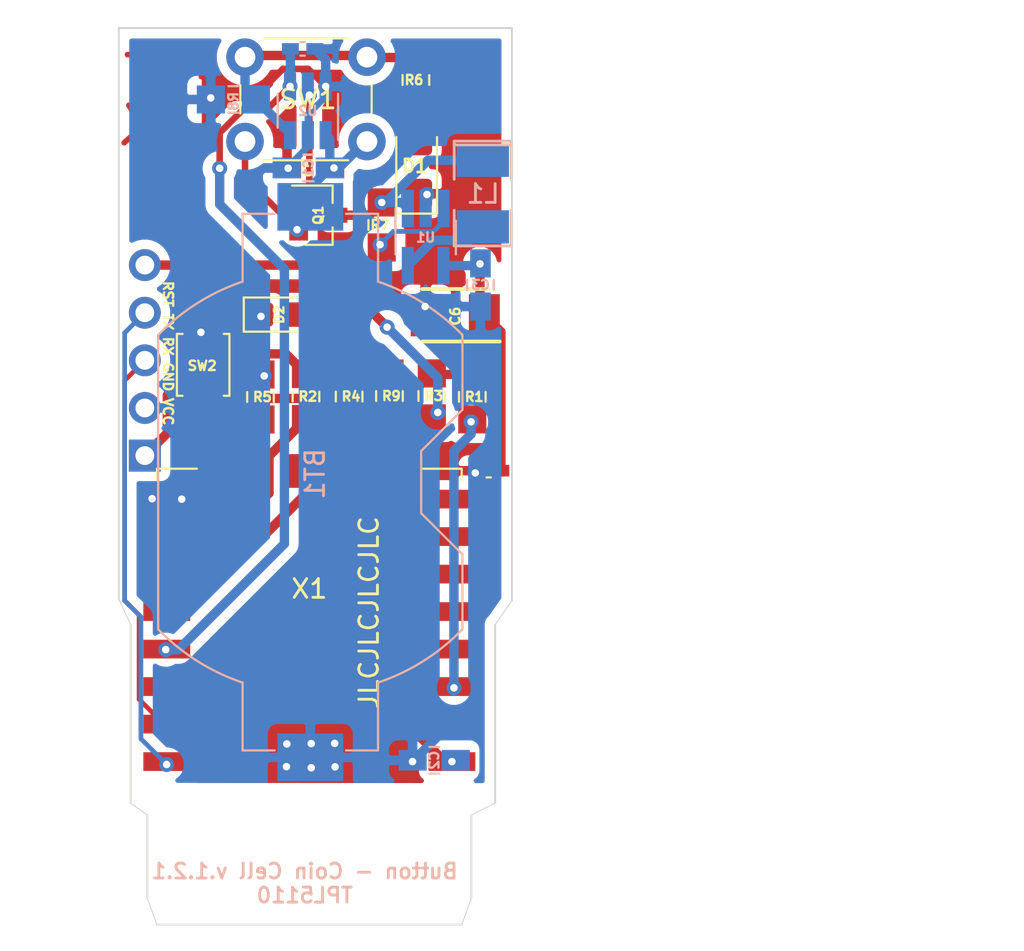
<source format=kicad_pcb>
(kicad_pcb (version 20171130) (host pcbnew "(5.1.9)-1")

  (general
    (thickness 1.6)
    (drawings 23)
    (tracks 178)
    (zones 0)
    (modules 27)
    (nets 20)
  )

  (page A4)
  (layers
    (0 F.Cu signal)
    (31 B.Cu signal)
    (32 B.Adhes user)
    (33 F.Adhes user)
    (34 B.Paste user)
    (35 F.Paste user)
    (36 B.SilkS user)
    (37 F.SilkS user hide)
    (38 B.Mask user)
    (39 F.Mask user)
    (40 Dwgs.User user)
    (41 Cmts.User user)
    (42 Eco1.User user)
    (43 Eco2.User user)
    (44 Edge.Cuts user)
    (45 Margin user)
    (46 B.CrtYd user hide)
    (47 F.CrtYd user)
    (48 B.Fab user hide)
    (49 F.Fab user)
  )

  (setup
    (last_trace_width 0.25)
    (user_trace_width 0.35)
    (user_trace_width 0.5)
    (trace_clearance 0.1)
    (zone_clearance 0.508)
    (zone_45_only no)
    (trace_min 0.2)
    (via_size 0.8)
    (via_drill 0.4)
    (via_min_size 0.4)
    (via_min_drill 0.3)
    (user_via 0.5 0.3)
    (uvia_size 0.3)
    (uvia_drill 0.1)
    (uvias_allowed no)
    (uvia_min_size 0.2)
    (uvia_min_drill 0.1)
    (edge_width 0.05)
    (segment_width 0.2)
    (pcb_text_width 0.3)
    (pcb_text_size 1.5 1.5)
    (mod_edge_width 0.12)
    (mod_text_size 1 1)
    (mod_text_width 0.15)
    (pad_size 1.524 1.524)
    (pad_drill 0.762)
    (pad_to_mask_clearance 0)
    (aux_axis_origin 0 0)
    (visible_elements 7FFFFFFF)
    (pcbplotparams
      (layerselection 0x010fc_ffffffff)
      (usegerberextensions false)
      (usegerberattributes false)
      (usegerberadvancedattributes true)
      (creategerberjobfile false)
      (excludeedgelayer true)
      (linewidth 0.150000)
      (plotframeref false)
      (viasonmask false)
      (mode 1)
      (useauxorigin true)
      (hpglpennumber 1)
      (hpglpenspeed 20)
      (hpglpendiameter 15.000000)
      (psnegative false)
      (psa4output false)
      (plotreference true)
      (plotvalue true)
      (plotinvisibletext false)
      (padsonsilk false)
      (subtractmaskfromsilk false)
      (outputformat 1)
      (mirror false)
      (drillshape 0)
      (scaleselection 1)
      (outputdirectory "Gerber/"))
  )

  (net 0 "")
  (net 1 /VCC)
  (net 2 /GND)
  (net 3 /RST)
  (net 4 /RX)
  (net 5 /TX)
  (net 6 /EN)
  (net 7 /GPIO2)
  (net 8 /GPIO0)
  (net 9 "Net-(BT1-Pad1)")
  (net 10 "Net-(L1-Pad2)")
  (net 11 /GPIO15)
  (net 12 /GPIO4)
  (net 13 "Net-(D2-Pad2)")
  (net 14 /GPIO5)
  (net 15 "Net-(D1-Pad2)")
  (net 16 "Net-(R6-Pad2)")
  (net 17 "Net-(R7-Pad1)")
  (net 18 "Net-(L1-Pad1)")
  (net 19 "Net-(Q1-Pad1)")

  (net_class Default "This is the default net class."
    (clearance 0.1)
    (trace_width 0.25)
    (via_dia 0.8)
    (via_drill 0.4)
    (uvia_dia 0.3)
    (uvia_drill 0.1)
    (add_net /EN)
    (add_net /GND)
    (add_net /GPIO0)
    (add_net /GPIO15)
    (add_net /GPIO2)
    (add_net /GPIO4)
    (add_net /GPIO5)
    (add_net /RST)
    (add_net /RX)
    (add_net /TX)
    (add_net /VCC)
    (add_net "Net-(BT1-Pad1)")
    (add_net "Net-(D1-Pad2)")
    (add_net "Net-(D2-Pad2)")
    (add_net "Net-(L1-Pad1)")
    (add_net "Net-(L1-Pad2)")
    (add_net "Net-(Q1-Pad1)")
    (add_net "Net-(R6-Pad2)")
    (add_net "Net-(R7-Pad1)")
  )

  (module handsolder:ESP-12Elesssilk (layer F.Cu) (tedit 60343770) (tstamp 603C60AA)
    (at 125.73 90.17 180)
    (descr "Wi-Fi Module, http://wiki.ai-thinker.com/_media/esp8266/docs/aithinker_esp_12f_datasheet_en.pdf")
    (tags "Wi-Fi Module")
    (path /603C134A)
    (attr smd)
    (fp_text reference X1 (at 0 5.715 180) (layer F.SilkS)
      (effects (font (size 1 1) (thickness 0.15)))
    )
    (fp_text value ESP-12E (at -0.06 -12.78 180) (layer F.Fab)
      (effects (font (size 1 1) (thickness 0.15)))
    )
    (fp_line (start -8 -12) (end 8 -12) (layer F.Fab) (width 0.12))
    (fp_line (start 8 -12) (end 8 12) (layer F.Fab) (width 0.12))
    (fp_line (start 8 12) (end -8 12) (layer F.Fab) (width 0.12))
    (fp_line (start -8 12) (end -8 -3) (layer F.Fab) (width 0.12))
    (fp_line (start -8 -3) (end -7.5 -3.5) (layer F.Fab) (width 0.12))
    (fp_line (start -7.5 -3.5) (end -8 -4) (layer F.Fab) (width 0.12))
    (fp_line (start -8 -4) (end -8 -12) (layer F.Fab) (width 0.12))
    (fp_line (start -9.05 -12.2) (end 9.05 -12.2) (layer F.CrtYd) (width 0.05))
    (fp_line (start 9.05 -12.2) (end 9.05 13.1) (layer F.CrtYd) (width 0.05))
    (fp_line (start 9.05 13.1) (end -9.05 13.1) (layer F.CrtYd) (width 0.05))
    (fp_line (start -9.05 13.1) (end -9.05 -12.2) (layer F.CrtYd) (width 0.05))
    (fp_line (start 8.12 11.5) (end 8.12 12.12) (layer F.SilkS) (width 0.12))
    (fp_line (start 8.12 12.12) (end 6 12.12) (layer F.SilkS) (width 0.12))
    (fp_line (start -6 12.12) (end -8.12 12.12) (layer F.SilkS) (width 0.12))
    (fp_line (start -8.12 12.12) (end -8.12 11.5) (layer F.SilkS) (width 0.12))
    (fp_line (start -8.12 -12.12) (end 8.12 -12.12) (layer Dwgs.User) (width 0.12))
    (fp_line (start 8.12 -12.12) (end 8.12 -4.8) (layer Dwgs.User) (width 0.12))
    (fp_line (start 8.12 -4.8) (end -8.12 -4.8) (layer Dwgs.User) (width 0.12))
    (fp_line (start -8.12 -4.8) (end -8.12 -12.12) (layer Dwgs.User) (width 0.12))
    (fp_line (start -8.12 -9.12) (end -5.12 -12.12) (layer Dwgs.User) (width 0.12))
    (fp_line (start -8.12 -6.12) (end -2.12 -12.12) (layer Dwgs.User) (width 0.12))
    (fp_line (start -6.44 -4.8) (end 0.88 -12.12) (layer Dwgs.User) (width 0.12))
    (fp_line (start -3.44 -4.8) (end 3.88 -12.12) (layer Dwgs.User) (width 0.12))
    (fp_line (start -0.44 -4.8) (end 6.88 -12.12) (layer Dwgs.User) (width 0.12))
    (fp_line (start 2.56 -4.8) (end 8.12 -10.36) (layer Dwgs.User) (width 0.12))
    (fp_line (start 5.56 -4.8) (end 8.12 -7.36) (layer Dwgs.User) (width 0.12))
    (fp_text user %R (at 0.49 -0.8 180) (layer F.Fab)
      (effects (font (size 1 1) (thickness 0.15)))
    )
    (fp_text user "KEEP-OUT ZONE" (at 0.03 -9.55) (layer Cmts.User)
      (effects (font (size 1 1) (thickness 0.15)))
    )
    (fp_text user Antenna (at -0.06 -7) (layer Cmts.User)
      (effects (font (size 1 1) (thickness 0.15)))
    )
    (pad 22 smd rect (at 7.6 -3.5 180) (size 2.5 1) (layers F.Cu F.Paste F.Mask)
      (net 5 /TX))
    (pad 21 smd rect (at 7.6 -1.5 180) (size 2.5 1) (layers F.Cu F.Paste F.Mask)
      (net 4 /RX))
    (pad 20 smd rect (at 7.6 0.5 180) (size 2.5 1) (layers F.Cu F.Paste F.Mask)
      (net 14 /GPIO5))
    (pad 19 smd rect (at 7.6 2.5 180) (size 2.5 1) (layers F.Cu F.Paste F.Mask)
      (net 12 /GPIO4))
    (pad 18 smd rect (at 7.6 4.5 180) (size 2.5 1) (layers F.Cu F.Paste F.Mask)
      (net 8 /GPIO0))
    (pad 17 smd rect (at 7.6 6.5 180) (size 2.5 1) (layers F.Cu F.Paste F.Mask)
      (net 7 /GPIO2))
    (pad 16 smd rect (at 7.6 8.5 180) (size 2.5 1) (layers F.Cu F.Paste F.Mask)
      (net 11 /GPIO15))
    (pad 15 smd rect (at 7.6 10.5 180) (size 2.5 1) (layers F.Cu F.Paste F.Mask)
      (net 2 /GND))
    (pad 14 smd rect (at 5 12 180) (size 1 1.8) (layers F.Cu F.Paste F.Mask))
    (pad 13 smd rect (at 3 12 180) (size 1 1.8) (layers F.Cu F.Paste F.Mask))
    (pad 12 smd rect (at 1 12 180) (size 1 1.8) (layers F.Cu F.Paste F.Mask))
    (pad 11 smd rect (at -1 12 180) (size 1 1.8) (layers F.Cu F.Paste F.Mask))
    (pad 10 smd rect (at -3 12 180) (size 1 1.8) (layers F.Cu F.Paste F.Mask))
    (pad 9 smd rect (at -5 12 180) (size 1 1.8) (layers F.Cu F.Paste F.Mask))
    (pad 8 smd rect (at -7.6 10.5 180) (size 2.5 1) (layers F.Cu F.Paste F.Mask)
      (net 1 /VCC))
    (pad 7 smd rect (at -7.6 8.5 180) (size 2.5 1) (layers F.Cu F.Paste F.Mask))
    (pad 6 smd rect (at -7.6 6.5 180) (size 2.5 1) (layers F.Cu F.Paste F.Mask))
    (pad 5 smd rect (at -7.6 4.5 180) (size 2.5 1) (layers F.Cu F.Paste F.Mask))
    (pad 4 smd rect (at -7.6 2.5 180) (size 2.5 1) (layers F.Cu F.Paste F.Mask))
    (pad 3 smd rect (at -7.6 0.5 180) (size 2.5 1) (layers F.Cu F.Paste F.Mask)
      (net 6 /EN))
    (pad 2 smd rect (at -7.6 -1.5 180) (size 2.5 1) (layers F.Cu F.Paste F.Mask))
    (pad 1 smd rect (at -7.6 -3.5 180) (size 2.5 1) (layers F.Cu F.Paste F.Mask)
      (net 3 /RST))
    (model ${KISYS3DMOD}/RF_Module.3dshapes/ESP-12E.wrl
      (at (xyz 0 0 0))
      (scale (xyz 1 1 1))
      (rotate (xyz 0 0 0))
    )
  )

  (module handsolder:SOT-23 (layer F.Cu) (tedit 6035930F) (tstamp 60351279)
    (at 126.21 64.53)
    (descr "SOT-23, Standard")
    (tags SOT-23)
    (path /6035BA2A)
    (attr smd)
    (fp_text reference Q1 (at 0 0 90) (layer F.SilkS)
      (effects (font (size 0.5 0.5) (thickness 0.125)))
    )
    (fp_text value " TSM2323 " (at 0 2.5) (layer F.Fab)
      (effects (font (size 1 1) (thickness 0.15)))
    )
    (fp_line (start -0.7 -0.95) (end -0.7 1.5) (layer F.Fab) (width 0.1))
    (fp_line (start -0.15 -1.52) (end 0.7 -1.52) (layer F.Fab) (width 0.1))
    (fp_line (start -0.7 -0.95) (end -0.15 -1.52) (layer F.Fab) (width 0.1))
    (fp_line (start 0.7 -1.52) (end 0.7 1.52) (layer F.Fab) (width 0.1))
    (fp_line (start -0.7 1.52) (end 0.7 1.52) (layer F.Fab) (width 0.1))
    (fp_line (start 0.76 1.58) (end 0.76 0.65) (layer F.SilkS) (width 0.12))
    (fp_line (start 0.76 -1.58) (end 0.76 -0.65) (layer F.SilkS) (width 0.12))
    (fp_line (start -1.7 -1.75) (end 1.7 -1.75) (layer F.CrtYd) (width 0.05))
    (fp_line (start 1.7 -1.75) (end 1.7 1.75) (layer F.CrtYd) (width 0.05))
    (fp_line (start 1.7 1.75) (end -1.7 1.75) (layer F.CrtYd) (width 0.05))
    (fp_line (start -1.7 1.75) (end -1.7 -1.75) (layer F.CrtYd) (width 0.05))
    (fp_line (start 0.76 -1.58) (end -1.4 -1.58) (layer F.SilkS) (width 0.12))
    (fp_line (start 0.76 1.58) (end -0.7 1.58) (layer F.SilkS) (width 0.12))
    (fp_text user %R (at 0 0 90) (layer F.Fab)
      (effects (font (size 0.5 0.5) (thickness 0.075)))
    )
    (pad 3 smd rect (at 1.05 0) (size 1 0.8) (layers F.Cu F.Paste F.Mask)
      (net 18 "Net-(L1-Pad1)"))
    (pad 2 smd rect (at -1.05 0.95) (size 1 0.8) (layers F.Cu F.Paste F.Mask)
      (net 9 "Net-(BT1-Pad1)"))
    (pad 1 smd rect (at -1.05 -0.95) (size 1 0.8) (layers F.Cu F.Paste F.Mask)
      (net 19 "Net-(Q1-Pad1)"))
    (model ${KISYS3DMOD}/Package_TO_SOT_SMD.3dshapes/SOT-23.wrl
      (at (xyz 0 0 0))
      (scale (xyz 1 1 1))
      (rotate (xyz 0 0 0))
    )
  )

  (module handsolder:LED_1206_3216Metric_Castellated (layer F.Cu) (tedit 603A8330) (tstamp 603267F8)
    (at 131.45 61.96 90)
    (descr "LED SMD 1206 (3216 Metric), castellated end terminal, IPC_7351 nominal, (Body size source: http://www.tortai-tech.com/upload/download/2011102023233369053.pdf), generated with kicad-footprint-generator")
    (tags "LED castellated")
    (path /602D28D1)
    (attr smd)
    (fp_text reference D1 (at 0.05 -0.1) (layer F.SilkS)
      (effects (font (size 0.7 0.7) (thickness 0.15)))
    )
    (fp_text value LED (at 0 1.78 90) (layer F.Fab)
      (effects (font (size 1 1) (thickness 0.15)))
    )
    (fp_line (start 1.6 -0.8) (end -1.2 -0.8) (layer F.Fab) (width 0.1))
    (fp_line (start -1.2 -0.8) (end -1.6 -0.4) (layer F.Fab) (width 0.1))
    (fp_line (start -1.6 -0.4) (end -1.6 0.8) (layer F.Fab) (width 0.1))
    (fp_line (start -1.6 0.8) (end 1.6 0.8) (layer F.Fab) (width 0.1))
    (fp_line (start 1.6 0.8) (end 1.6 -0.8) (layer F.Fab) (width 0.1))
    (fp_line (start 1.6 -1.085) (end -2.485 -1.085) (layer F.SilkS) (width 0.12))
    (fp_line (start -2.485 -1.085) (end -2.485 1.085) (layer F.SilkS) (width 0.12))
    (fp_line (start -2.485 1.085) (end 1.6 1.085) (layer F.SilkS) (width 0.12))
    (fp_line (start -2.48 1.08) (end -2.48 -1.08) (layer F.CrtYd) (width 0.05))
    (fp_line (start -2.48 -1.08) (end 2.48 -1.08) (layer F.CrtYd) (width 0.05))
    (fp_line (start 2.48 -1.08) (end 2.48 1.08) (layer F.CrtYd) (width 0.05))
    (fp_line (start 2.48 1.08) (end -2.48 1.08) (layer F.CrtYd) (width 0.05))
    (fp_text user %R (at 0 0 90) (layer F.Fab)
      (effects (font (size 0.8 0.8) (thickness 0.12)))
    )
    (pad 2 smd roundrect (at 1.425 0 90) (size 1.6 1.65) (layers F.Cu F.Paste F.Mask) (roundrect_rratio 0.15625)
      (net 15 "Net-(D1-Pad2)"))
    (pad 1 smd roundrect (at -1.425 0 90) (size 1.6 1.65) (layers F.Cu F.Paste F.Mask) (roundrect_rratio 0.15625)
      (net 2 /GND))
    (model ${KISYS3DMOD}/LED_SMD.3dshapes/LED_1206_3216Metric_Castellated.wrl
      (at (xyz 0 0 0))
      (scale (xyz 1 1 1))
      (rotate (xyz 0 0 0))
    )
  )

  (module SamacSys_Parts:CAPPM3528X210N (layer F.Cu) (tedit 60364A5B) (tstamp 6036A1EC)
    (at 133.50808 69.86524 180)
    (descr T495B-10)
    (tags "Capacitor Polarised")
    (path /60365D39)
    (attr smd)
    (fp_text reference C6 (at 0 -0.05 270) (layer F.SilkS)
      (effects (font (size 0.5 0.5) (thickness 0.125)))
    )
    (fp_text value T495B476K006ATE450 (at 0 0 180) (layer F.SilkS) hide
      (effects (font (size 1.27 1.27) (thickness 0.254)))
    )
    (fp_line (start -2.625 -1.75) (end 2.625 -1.75) (layer F.CrtYd) (width 0.05))
    (fp_line (start 2.625 -1.75) (end 2.625 1.75) (layer F.CrtYd) (width 0.05))
    (fp_line (start 2.625 1.75) (end -2.625 1.75) (layer F.CrtYd) (width 0.05))
    (fp_line (start -2.625 1.75) (end -2.625 -1.75) (layer F.CrtYd) (width 0.05))
    (fp_line (start -1.75 -1.4) (end 1.75 -1.4) (layer F.Fab) (width 0.1))
    (fp_line (start 1.75 -1.4) (end 1.75 1.4) (layer F.Fab) (width 0.1))
    (fp_line (start 1.75 1.4) (end -1.75 1.4) (layer F.Fab) (width 0.1))
    (fp_line (start -1.75 1.4) (end -1.75 -1.4) (layer F.Fab) (width 0.1))
    (fp_line (start -1.75 -0.575) (end -0.925 -1.4) (layer F.Fab) (width 0.1))
    (fp_line (start 1.75 -1.4) (end -2.375 -1.4) (layer F.SilkS) (width 0.2))
    (fp_line (start -1.75 1.4) (end 1.75 1.4) (layer F.SilkS) (width 0.2))
    (fp_text user %R (at 0 0 180) (layer F.Fab)
      (effects (font (size 1.27 1.27) (thickness 0.254)))
    )
    (pad 2 smd rect (at 1.55 0 180) (size 1.65 2.25) (layers F.Cu F.Paste F.Mask)
      (net 2 /GND))
    (pad 1 smd rect (at -1.55 0 180) (size 1.65 2.25) (layers F.Cu F.Paste F.Mask)
      (net 1 /VCC))
    (model "C:\\Program Files\\KiCad\\SamacSys_Parts.3dshapes\\T495B476K006ATE450.stp"
      (at (xyz 0 0 0))
      (scale (xyz 1 1 1))
      (rotate (xyz 0 0 0))
    )
  )

  (module handsolder:SMD-1210_Pol_inductor (layer B.Cu) (tedit 6037CDBB) (tstamp 60341854)
    (at 134.975 63.375 270)
    (tags "CMS SM")
    (path /602E234D)
    (attr smd)
    (fp_text reference L1 (at 0.015 -0.015 180) (layer B.SilkS)
      (effects (font (size 1 1) (thickness 0.15)) (justify mirror))
    )
    (fp_text value "4.7 uH" (at 0 -0.762 90) (layer B.Fab)
      (effects (font (size 1 1) (thickness 0.15)) (justify mirror))
    )
    (fp_line (start -2.794 1.524) (end -2.794 -1.524) (layer B.SilkS) (width 0.15))
    (fp_line (start 0.889 -1.524) (end 2.794 -1.524) (layer B.SilkS) (width 0.15))
    (fp_line (start 2.794 -1.524) (end 2.794 1.524) (layer B.SilkS) (width 0.15))
    (fp_line (start 2.794 1.524) (end 0.889 1.524) (layer B.SilkS) (width 0.15))
    (fp_line (start -0.762 1.524) (end -2.794 1.524) (layer B.SilkS) (width 0.15))
    (fp_line (start -2.594 1.524) (end -2.594 -1.524) (layer B.SilkS) (width 0.15))
    (fp_line (start -2.794 -1.524) (end -0.762 -1.524) (layer B.SilkS) (width 0.15))
    (pad 1 smd rect (at -1.778 0 270) (size 1.778 2.794) (layers B.Cu B.Paste B.Mask)
      (net 18 "Net-(L1-Pad1)") (zone_connect 2))
    (pad 2 smd rect (at 1.778 0 270) (size 1.778 2.794) (layers B.Cu B.Paste B.Mask)
      (net 10 "Net-(L1-Pad2)"))
    (model SMD_Packages.3dshapes/SMD-1210_Pol.wrl
      (at (xyz 0 0 0))
      (scale (xyz 0.2 0.2 0.2))
      (rotate (xyz 0 0 0))
    )
    (model ${KISYS3DMOD}/Inductor_SMD.3dshapes/L_1206_3216Metric.step
      (at (xyz 0 0 0))
      (scale (xyz 1 1 1))
      (rotate (xyz 0 0 0))
    )
    (model ${KISYS3DMOD}/Inductor_SMD.3dshapes/L_1210_3225Metric.step
      (at (xyz 0 0 0))
      (scale (xyz 1 1 1))
      (rotate (xyz 0 0 0))
    )
  )

  (module handsolder:SOT-23-6handsoldering (layer B.Cu) (tedit 603591F5) (tstamp 60351443)
    (at 125.65 58.96 90)
    (descr "6-pin SOT-23 package")
    (tags SOT-23-6)
    (path /60350B91)
    (attr smd)
    (fp_text reference U2 (at 0 0 180) (layer B.SilkS)
      (effects (font (size 0.5 0.5) (thickness 0.125)) (justify mirror))
    )
    (fp_text value TPL5110 (at 0 -2.9 -90) (layer B.Fab)
      (effects (font (size 1 1) (thickness 0.15)) (justify mirror))
    )
    (fp_line (start -0.9 -1.61) (end 0.9 -1.61) (layer B.SilkS) (width 0.12))
    (fp_line (start 0.9 1.61) (end -1.55 1.61) (layer B.SilkS) (width 0.12))
    (fp_line (start 1.9 1.8) (end -1.9 1.8) (layer B.CrtYd) (width 0.05))
    (fp_line (start 1.9 -1.8) (end 1.9 1.8) (layer B.CrtYd) (width 0.05))
    (fp_line (start -1.9 -1.8) (end 1.9 -1.8) (layer B.CrtYd) (width 0.05))
    (fp_line (start -1.9 1.8) (end -1.9 -1.8) (layer B.CrtYd) (width 0.05))
    (fp_line (start -0.9 0.9) (end -0.25 1.55) (layer B.Fab) (width 0.1))
    (fp_line (start 0.9 1.55) (end -0.25 1.55) (layer B.Fab) (width 0.1))
    (fp_line (start -0.9 0.9) (end -0.9 -1.55) (layer B.Fab) (width 0.1))
    (fp_line (start 0.9 -1.55) (end -0.9 -1.55) (layer B.Fab) (width 0.1))
    (fp_line (start 0.9 1.55) (end 0.9 -1.55) (layer B.Fab) (width 0.1))
    (fp_text user %R (at 0 0) (layer B.Fab)
      (effects (font (size 0.5 0.5) (thickness 0.075)) (justify mirror))
    )
    (pad 5 smd rect (at 1.3 0 90) (size 1.5 0.65) (layers B.Cu B.Paste B.Mask)
      (net 19 "Net-(Q1-Pad1)"))
    (pad 6 smd rect (at 1.3 0.95 90) (size 1.5 0.65) (layers B.Cu B.Paste B.Mask)
      (net 2 /GND))
    (pad 4 smd rect (at 1.3 -0.95 90) (size 1.5 0.65) (layers B.Cu B.Paste B.Mask)
      (net 12 /GPIO4))
    (pad 3 smd rect (at -1.3 -0.95 90) (size 1.5 0.65) (layers B.Cu B.Paste B.Mask)
      (net 16 "Net-(R6-Pad2)"))
    (pad 2 smd rect (at -1.3 0 90) (size 1.5 0.65) (layers B.Cu B.Paste B.Mask)
      (net 2 /GND))
    (pad 1 smd rect (at -1.3 0.95 90) (size 1.5 0.65) (layers B.Cu B.Paste B.Mask)
      (net 9 "Net-(BT1-Pad1)"))
    (model ${KISYS3DMOD}/Package_TO_SOT_SMD.3dshapes/SOT-23-6.wrl
      (at (xyz 0 0 0))
      (scale (xyz 1 1 1))
      (rotate (xyz 0 0 0))
    )
  )

  (module handsolder:LED_0805_2012Metric_Castellated_mod (layer F.Cu) (tedit 60359125) (tstamp 6032680B)
    (at 124.12 69.83)
    (descr "LED SMD 0805 (2012 Metric), castellated end terminal, IPC_7351 nominal, (Body size source: https://docs.google.com/spreadsheets/d/1BsfQQcO9C6DZCsRaXUlFlo91Tg2WpOkGARC1WS5S8t0/edit?usp=sharing), generated with kicad-footprint-generator")
    (tags "LED castellated")
    (path /6032747F)
    (attr smd)
    (fp_text reference D2 (at 0 0 90) (layer F.SilkS)
      (effects (font (size 0.5 0.5) (thickness 0.125)))
    )
    (fp_text value LED (at 0 1.6 -180) (layer F.Fab)
      (effects (font (size 1 1) (thickness 0.15)))
    )
    (fp_line (start 1 -0.6) (end -0.7 -0.6) (layer F.Fab) (width 0.1))
    (fp_line (start -0.7 -0.6) (end -1 -0.3) (layer F.Fab) (width 0.1))
    (fp_line (start -1 -0.3) (end -1 0.6) (layer F.Fab) (width 0.1))
    (fp_line (start -1 0.6) (end 1 0.6) (layer F.Fab) (width 0.1))
    (fp_line (start 1 0.6) (end 1 -0.6) (layer F.Fab) (width 0.1))
    (fp_line (start 1 -0.91) (end -1.885 -0.91) (layer F.SilkS) (width 0.12))
    (fp_line (start -1.885 -0.91) (end -1.885 0.91) (layer F.SilkS) (width 0.12))
    (fp_line (start -1.885 0.91) (end 1 0.91) (layer F.SilkS) (width 0.12))
    (fp_line (start -1.88 0.9) (end -1.88 -0.9) (layer F.CrtYd) (width 0.05))
    (fp_line (start -1.88 -0.9) (end 1.88 -0.9) (layer F.CrtYd) (width 0.05))
    (fp_line (start 1.88 -0.9) (end 1.88 0.9) (layer F.CrtYd) (width 0.05))
    (fp_line (start 1.88 0.9) (end -1.88 0.9) (layer F.CrtYd) (width 0.05))
    (fp_text user %R (at 0 0 -180) (layer F.Fab)
      (effects (font (size 0.5 0.5) (thickness 0.08)))
    )
    (pad 2 smd roundrect (at 0.9625 0) (size 1.325 1.3) (layers F.Cu F.Paste F.Mask) (roundrect_rratio 0.1923069230769231)
      (net 13 "Net-(D2-Pad2)"))
    (pad 1 smd roundrect (at -0.9625 0) (size 1.325 1.3) (layers F.Cu F.Paste F.Mask) (roundrect_rratio 0.1923069230769231)
      (net 2 /GND))
    (model ${KISYS3DMOD}/LED_SMD.3dshapes/LED_0805_2012Metric_Castellated.wrl
      (at (xyz 0 0 0))
      (scale (xyz 1 1 1))
      (rotate (xyz 0 0 0))
    )
  )

  (module handsolder:C_0402_1005Metric_Pad0.74x0.62mm_HandSoldermod (layer F.Cu) (tedit 6036714F) (tstamp 6036CB38)
    (at 135.29056 78.1558 180)
    (descr "Capacitor SMD 0402 (1005 Metric), square (rectangular) end terminal, IPC_7351 nominal with elongated pad for handsoldering. (Body size source: IPC-SM-782 page 76, https://www.pcb-3d.com/wordpress/wp-content/uploads/ipc-sm-782a_amendment_1_and_2.pdf), generated with kicad-footprint-generator")
    (tags "capacitor handsolder")
    (path /60368125)
    (attr smd)
    (fp_text reference C7 (at 0 0) (layer F.SilkS) hide
      (effects (font (size 0.5 0.5) (thickness 0.125)))
    )
    (fp_text value 100nF (at 0 1.16) (layer F.Fab)
      (effects (font (size 1 1) (thickness 0.15)))
    )
    (fp_line (start 1.08 0.46) (end -1.08 0.46) (layer F.CrtYd) (width 0.05))
    (fp_line (start 1.08 -0.46) (end 1.08 0.46) (layer F.CrtYd) (width 0.05))
    (fp_line (start -1.08 -0.46) (end 1.08 -0.46) (layer F.CrtYd) (width 0.05))
    (fp_line (start -1.08 0.46) (end -1.08 -0.46) (layer F.CrtYd) (width 0.05))
    (fp_line (start -0.115835 -0.36) (end 0.115835 -0.36) (layer F.SilkS) (width 0.12))
    (fp_line (start 0.5 0.25) (end -0.5 0.25) (layer F.Fab) (width 0.1))
    (fp_line (start 0.5 -0.25) (end 0.5 0.25) (layer F.Fab) (width 0.1))
    (fp_line (start -0.5 -0.25) (end 0.5 -0.25) (layer F.Fab) (width 0.1))
    (fp_line (start -0.5 0.25) (end -0.5 -0.25) (layer F.Fab) (width 0.1))
    (fp_text user %R (at 0 0) (layer F.Fab)
      (effects (font (size 0.25 0.25) (thickness 0.04)))
    )
    (pad 2 smd rect (at 0.65 0 180) (size 0.9 0.62) (layers F.Cu F.Paste F.Mask)
      (net 2 /GND))
    (pad 1 smd rect (at -0.65 0 180) (size 0.9 0.62) (layers F.Cu F.Paste F.Mask)
      (net 1 /VCC))
    (model ${KISYS3DMOD}/Capacitor_SMD.3dshapes/C_0402_1005Metric.wrl
      (at (xyz 0 0 0))
      (scale (xyz 1 1 1))
      (rotate (xyz 0 0 0))
    )
  )

  (module handsolder:SOT-23-5_HandSolderingmod (layer B.Cu) (tedit 6035922E) (tstamp 60329F06)
    (at 131.93 65.72 270)
    (descr "5-pin SOT23 package")
    (tags "SOT-23-5 hand-soldering")
    (path /6033543B)
    (attr smd)
    (fp_text reference U1 (at 0 0 180) (layer B.SilkS)
      (effects (font (size 0.5 0.5) (thickness 0.125)) (justify mirror))
    )
    (fp_text value TPS61097A (at 10.287 -1.143 90) (layer B.SilkS) hide
      (effects (font (size 1 1) (thickness 0.15)) (justify mirror))
    )
    (fp_line (start -0.9 -1.61) (end 0.9 -1.61) (layer B.SilkS) (width 0.12))
    (fp_line (start 0.9 1.61) (end -1.55 1.61) (layer B.SilkS) (width 0.12))
    (fp_line (start -0.9 0.9) (end -0.25 1.55) (layer B.Fab) (width 0.1))
    (fp_line (start 0.9 1.55) (end -0.25 1.55) (layer B.Fab) (width 0.1))
    (fp_line (start -0.9 0.9) (end -0.9 -1.55) (layer B.Fab) (width 0.1))
    (fp_line (start 0.9 -1.55) (end -0.9 -1.55) (layer B.Fab) (width 0.1))
    (fp_line (start 0.9 1.55) (end 0.9 -1.55) (layer B.Fab) (width 0.1))
    (fp_line (start -2.38 1.8) (end 2.38 1.8) (layer B.CrtYd) (width 0.05))
    (fp_line (start -2.38 1.8) (end -2.38 -1.8) (layer B.CrtYd) (width 0.05))
    (fp_line (start 2.38 -1.8) (end 2.38 1.8) (layer B.CrtYd) (width 0.05))
    (fp_line (start 2.38 -1.8) (end -2.38 -1.8) (layer B.CrtYd) (width 0.05))
    (fp_text user %R (at 0 0) (layer B.Fab)
      (effects (font (size 0.5 0.5) (thickness 0.075)) (justify mirror))
    )
    (pad 5 smd rect (at 1.5 0.95 270) (size 2 0.65) (layers B.Cu B.Paste B.Mask)
      (net 10 "Net-(L1-Pad2)"))
    (pad 4 smd rect (at 1.5 -0.95 270) (size 2 0.65) (layers B.Cu B.Paste B.Mask)
      (net 1 /VCC))
    (pad 3 smd rect (at -1.55 -0.95 270) (size 2 0.65) (layers B.Cu B.Paste B.Mask)
      (net 17 "Net-(R7-Pad1)"))
    (pad 2 smd trapezoid (at -1.55 0 270) (size 2 0.65) (layers B.Cu B.Paste B.Mask)
      (net 2 /GND))
    (pad 1 smd rect (at -1.55 0.95 270) (size 2 0.65) (layers B.Cu B.Paste B.Mask)
      (net 18 "Net-(L1-Pad1)"))
    (model ${KISYS3DMOD}/Package_TO_SOT_SMD.3dshapes/SOT-23-5.wrl
      (at (xyz 0 0 0))
      (scale (xyz 1 1 1))
      (rotate (xyz 0 0 0))
    )
  )

  (module handsolder:C_0805_2012handsodermod (layer F.Cu) (tedit 603591CC) (tstamp 6034EE59)
    (at 125.69 62.01)
    (descr "Capacitor SMD 0805 (2012 Metric), square (rectangular) end terminal, IPC_7351 nominal with elongated pad for handsoldering. (Body size source: https://docs.google.com/spreadsheets/d/1BsfQQcO9C6DZCsRaXUlFlo91Tg2WpOkGARC1WS5S8t0/edit?usp=sharing), generated with kicad-footprint-generator")
    (tags "capacitor handsolder")
    (path /6034F227)
    (attr smd)
    (fp_text reference C5 (at 0 0 90) (layer F.SilkS)
      (effects (font (size 0.5 0.5) (thickness 0.125)))
    )
    (fp_text value 100nF (at 0 1.65) (layer F.Fab) hide
      (effects (font (size 1 1) (thickness 0.15)))
    )
    (fp_line (start -1 0.6) (end -1 -0.6) (layer F.Fab) (width 0.1))
    (fp_line (start -1 -0.6) (end 1 -0.6) (layer F.Fab) (width 0.1))
    (fp_line (start 1 -0.6) (end 1 0.6) (layer F.Fab) (width 0.1))
    (fp_line (start 1 0.6) (end -1 0.6) (layer F.Fab) (width 0.1))
    (fp_line (start -0.261252 -0.71) (end 0.261252 -0.71) (layer F.SilkS) (width 0.12))
    (fp_line (start -0.261252 0.71) (end 0.261252 0.71) (layer F.SilkS) (width 0.12))
    (fp_line (start -2 0.95) (end -2 -0.95) (layer F.CrtYd) (width 0.05))
    (fp_line (start -2 -0.95) (end 2.05 -0.95) (layer F.CrtYd) (width 0.05))
    (fp_line (start 2.05 -0.95) (end 2.05 0.95) (layer F.CrtYd) (width 0.05))
    (fp_line (start 2.05 0.95) (end -2 0.95) (layer F.CrtYd) (width 0.05))
    (fp_text user %R (at 0 0) (layer F.Fab)
      (effects (font (size 0.5 0.5) (thickness 0.08)))
    )
    (pad 2 smd rect (at 1.15 0) (size 1.5 1.1) (layers F.Cu F.Paste F.Mask)
      (net 9 "Net-(BT1-Pad1)"))
    (pad 1 smd rect (at -1.15 0) (size 1.5 1.1) (layers F.Cu F.Paste F.Mask)
      (net 2 /GND))
    (model ${KISYS3DMOD}/Capacitor_SMD.3dshapes/C_0805_2012Metric.wrl
      (at (xyz 0 0 0))
      (scale (xyz 1 1 1))
      (rotate (xyz 0 0 0))
    )
  )

  (module handsolder:C_0805_2012handsodermod (layer B.Cu) (tedit 603591CC) (tstamp 603267C3)
    (at 125.67 62.01)
    (descr "Capacitor SMD 0805 (2012 Metric), square (rectangular) end terminal, IPC_7351 nominal with elongated pad for handsoldering. (Body size source: https://docs.google.com/spreadsheets/d/1BsfQQcO9C6DZCsRaXUlFlo91Tg2WpOkGARC1WS5S8t0/edit?usp=sharing), generated with kicad-footprint-generator")
    (tags "capacitor handsolder")
    (path /602D0C1F)
    (attr smd)
    (fp_text reference C1 (at 0 0 -90) (layer B.SilkS)
      (effects (font (size 0.5 0.5) (thickness 0.125)) (justify mirror))
    )
    (fp_text value 10uF (at 0 -1.65) (layer B.Fab) hide
      (effects (font (size 1 1) (thickness 0.15)) (justify mirror))
    )
    (fp_line (start -1 -0.6) (end -1 0.6) (layer B.Fab) (width 0.1))
    (fp_line (start -1 0.6) (end 1 0.6) (layer B.Fab) (width 0.1))
    (fp_line (start 1 0.6) (end 1 -0.6) (layer B.Fab) (width 0.1))
    (fp_line (start 1 -0.6) (end -1 -0.6) (layer B.Fab) (width 0.1))
    (fp_line (start -0.261252 0.71) (end 0.261252 0.71) (layer B.SilkS) (width 0.12))
    (fp_line (start -0.261252 -0.71) (end 0.261252 -0.71) (layer B.SilkS) (width 0.12))
    (fp_line (start -2 -0.95) (end -2 0.95) (layer B.CrtYd) (width 0.05))
    (fp_line (start -2 0.95) (end 2.05 0.95) (layer B.CrtYd) (width 0.05))
    (fp_line (start 2.05 0.95) (end 2.05 -0.95) (layer B.CrtYd) (width 0.05))
    (fp_line (start 2.05 -0.95) (end -2 -0.95) (layer B.CrtYd) (width 0.05))
    (fp_text user %R (at 0 0) (layer B.Fab)
      (effects (font (size 0.5 0.5) (thickness 0.08)) (justify mirror))
    )
    (pad 2 smd rect (at 1.15 0) (size 1.5 1.1) (layers B.Cu B.Paste B.Mask)
      (net 9 "Net-(BT1-Pad1)"))
    (pad 1 smd rect (at -1.15 0) (size 1.5 1.1) (layers B.Cu B.Paste B.Mask)
      (net 2 /GND))
    (model ${KISYS3DMOD}/Capacitor_SMD.3dshapes/C_0805_2012Metric.wrl
      (at (xyz 0 0 0))
      (scale (xyz 1 1 1))
      (rotate (xyz 0 0 0))
    )
  )

  (module handsolder:C_0805_2012handsodermod (layer B.Cu) (tedit 603591CC) (tstamp 603267E5)
    (at 134.85 68.25 270)
    (descr "Capacitor SMD 0805 (2012 Metric), square (rectangular) end terminal, IPC_7351 nominal with elongated pad for handsoldering. (Body size source: https://docs.google.com/spreadsheets/d/1BsfQQcO9C6DZCsRaXUlFlo91Tg2WpOkGARC1WS5S8t0/edit?usp=sharing), generated with kicad-footprint-generator")
    (tags "capacitor handsolder")
    (path /602E3D4A)
    (attr smd)
    (fp_text reference C3 (at 0 0 180) (layer B.SilkS)
      (effects (font (size 0.5 0.5) (thickness 0.125)) (justify mirror))
    )
    (fp_text value 10uF (at 0 -1.65 90) (layer B.Fab) hide
      (effects (font (size 1 1) (thickness 0.15)) (justify mirror))
    )
    (fp_line (start -1 -0.6) (end -1 0.6) (layer B.Fab) (width 0.1))
    (fp_line (start -1 0.6) (end 1 0.6) (layer B.Fab) (width 0.1))
    (fp_line (start 1 0.6) (end 1 -0.6) (layer B.Fab) (width 0.1))
    (fp_line (start 1 -0.6) (end -1 -0.6) (layer B.Fab) (width 0.1))
    (fp_line (start -0.261252 0.71) (end 0.261252 0.71) (layer B.SilkS) (width 0.12))
    (fp_line (start -0.261252 -0.71) (end 0.261252 -0.71) (layer B.SilkS) (width 0.12))
    (fp_line (start -2 -0.95) (end -2 0.95) (layer B.CrtYd) (width 0.05))
    (fp_line (start -2 0.95) (end 2.05 0.95) (layer B.CrtYd) (width 0.05))
    (fp_line (start 2.05 0.95) (end 2.05 -0.95) (layer B.CrtYd) (width 0.05))
    (fp_line (start 2.05 -0.95) (end -2 -0.95) (layer B.CrtYd) (width 0.05))
    (fp_text user %R (at 0 0 90) (layer B.Fab)
      (effects (font (size 0.5 0.5) (thickness 0.08)) (justify mirror))
    )
    (pad 2 smd rect (at 1.15 0 270) (size 1.5 1.1) (layers B.Cu B.Paste B.Mask)
      (net 2 /GND))
    (pad 1 smd rect (at -1.15 0 270) (size 1.5 1.1) (layers B.Cu B.Paste B.Mask)
      (net 1 /VCC))
    (model ${KISYS3DMOD}/Capacitor_SMD.3dshapes/C_0805_2012Metric.wrl
      (at (xyz 0 0 0))
      (scale (xyz 1 1 1))
      (rotate (xyz 0 0 0))
    )
  )

  (module handsolder:C_0805_2012handsodermod (layer B.Cu) (tedit 603591CC) (tstamp 603267D4)
    (at 132.3848 93.599)
    (descr "Capacitor SMD 0805 (2012 Metric), square (rectangular) end terminal, IPC_7351 nominal with elongated pad for handsoldering. (Body size source: https://docs.google.com/spreadsheets/d/1BsfQQcO9C6DZCsRaXUlFlo91Tg2WpOkGARC1WS5S8t0/edit?usp=sharing), generated with kicad-footprint-generator")
    (tags "capacitor handsolder")
    (path /602C896A)
    (attr smd)
    (fp_text reference C2 (at 0 0 -90) (layer B.SilkS)
      (effects (font (size 0.5 0.5) (thickness 0.125)) (justify mirror))
    )
    (fp_text value 100nF (at 0 -1.65) (layer B.Fab) hide
      (effects (font (size 1 1) (thickness 0.15)) (justify mirror))
    )
    (fp_line (start -1 -0.6) (end -1 0.6) (layer B.Fab) (width 0.1))
    (fp_line (start -1 0.6) (end 1 0.6) (layer B.Fab) (width 0.1))
    (fp_line (start 1 0.6) (end 1 -0.6) (layer B.Fab) (width 0.1))
    (fp_line (start 1 -0.6) (end -1 -0.6) (layer B.Fab) (width 0.1))
    (fp_line (start -0.261252 0.71) (end 0.261252 0.71) (layer B.SilkS) (width 0.12))
    (fp_line (start -0.261252 -0.71) (end 0.261252 -0.71) (layer B.SilkS) (width 0.12))
    (fp_line (start -2 -0.95) (end -2 0.95) (layer B.CrtYd) (width 0.05))
    (fp_line (start -2 0.95) (end 2.05 0.95) (layer B.CrtYd) (width 0.05))
    (fp_line (start 2.05 0.95) (end 2.05 -0.95) (layer B.CrtYd) (width 0.05))
    (fp_line (start 2.05 -0.95) (end -2 -0.95) (layer B.CrtYd) (width 0.05))
    (fp_text user %R (at 0 0) (layer B.Fab)
      (effects (font (size 0.5 0.5) (thickness 0.08)) (justify mirror))
    )
    (pad 2 smd rect (at 1.15 0) (size 1.5 1.1) (layers B.Cu B.Paste B.Mask)
      (net 3 /RST))
    (pad 1 smd rect (at -1.15 0) (size 1.5 1.1) (layers B.Cu B.Paste B.Mask)
      (net 2 /GND))
    (model ${KISYS3DMOD}/Capacitor_SMD.3dshapes/C_0805_2012Metric.wrl
      (at (xyz 0 0 0))
      (scale (xyz 1 1 1))
      (rotate (xyz 0 0 0))
    )
  )

  (module handsolder:R_0805_2012handsoldermod (layer F.Cu) (tedit 60358F22) (tstamp 603268F2)
    (at 130 74.175 270)
    (descr "Resistor SMD 0805 (2012 Metric), square (rectangular) end terminal, IPC_7351 nominal with elongated pad for handsoldering. (Body size source: https://docs.google.com/spreadsheets/d/1BsfQQcO9C6DZCsRaXUlFlo91Tg2WpOkGARC1WS5S8t0/edit?usp=sharing), generated with kicad-footprint-generator")
    (tags "resistor handsolder")
    (path /60325E7B)
    (attr smd)
    (fp_text reference R9 (at 0 -0.1) (layer F.SilkS)
      (effects (font (size 0.5 0.5) (thickness 0.125)))
    )
    (fp_text value 1k (at 0 1.65 90) (layer F.Fab) hide
      (effects (font (size 1 1) (thickness 0.15)))
    )
    (fp_line (start -1 0.6) (end -1 -0.6) (layer F.Fab) (width 0.1))
    (fp_line (start -1 -0.6) (end 1 -0.6) (layer F.Fab) (width 0.1))
    (fp_line (start 1 -0.6) (end 1 0.6) (layer F.Fab) (width 0.1))
    (fp_line (start 1 0.6) (end -1 0.6) (layer F.Fab) (width 0.1))
    (fp_line (start -0.261252 -0.71) (end 0.261252 -0.71) (layer F.SilkS) (width 0.12))
    (fp_line (start -0.261252 0.71) (end 0.261252 0.71) (layer F.SilkS) (width 0.12))
    (fp_line (start -2.05 0.95) (end -2.05 -0.95) (layer F.CrtYd) (width 0.05))
    (fp_line (start -2.05 -0.95) (end 2.05 -0.95) (layer F.CrtYd) (width 0.05))
    (fp_line (start 2.05 -0.95) (end 2.05 0.95) (layer F.CrtYd) (width 0.05))
    (fp_line (start 2.05 0.95) (end -2.05 0.95) (layer F.CrtYd) (width 0.05))
    (fp_text user %R (at 0 0 90) (layer F.Fab)
      (effects (font (size 0.5 0.5) (thickness 0.08)))
    )
    (pad 2 smd rect (at 1.2 0 270) (size 1.5 1.5) (layers F.Cu F.Paste F.Mask)
      (net 14 /GPIO5))
    (pad 1 smd rect (at -1.2 0 270) (size 1.5 1.5) (layers F.Cu F.Paste F.Mask)
      (net 13 "Net-(D2-Pad2)"))
    (model ${KISYS3DMOD}/Resistor_SMD.3dshapes/R_0805_2012Metric.wrl
      (at (xyz 0 0 0))
      (scale (xyz 1 1 1))
      (rotate (xyz 0 0 0))
    )
  )

  (module handsolder:R_0805_2012handsoldermod (layer B.Cu) (tedit 60358F22) (tstamp 603268E1)
    (at 121.68 58.3565)
    (descr "Resistor SMD 0805 (2012 Metric), square (rectangular) end terminal, IPC_7351 nominal with elongated pad for handsoldering. (Body size source: https://docs.google.com/spreadsheets/d/1BsfQQcO9C6DZCsRaXUlFlo91Tg2WpOkGARC1WS5S8t0/edit?usp=sharing), generated with kicad-footprint-generator")
    (tags "resistor handsolder")
    (path /6031EA78)
    (attr smd)
    (fp_text reference R8 (at 0 0.1 -90) (layer B.SilkS)
      (effects (font (size 0.5 0.5) (thickness 0.125)) (justify mirror))
    )
    (fp_text value 10k (at 0 -1.65) (layer B.Fab) hide
      (effects (font (size 1 1) (thickness 0.15)) (justify mirror))
    )
    (fp_line (start -1 -0.6) (end -1 0.6) (layer B.Fab) (width 0.1))
    (fp_line (start -1 0.6) (end 1 0.6) (layer B.Fab) (width 0.1))
    (fp_line (start 1 0.6) (end 1 -0.6) (layer B.Fab) (width 0.1))
    (fp_line (start 1 -0.6) (end -1 -0.6) (layer B.Fab) (width 0.1))
    (fp_line (start -0.261252 0.71) (end 0.261252 0.71) (layer B.SilkS) (width 0.12))
    (fp_line (start -0.261252 -0.71) (end 0.261252 -0.71) (layer B.SilkS) (width 0.12))
    (fp_line (start -2.05 -0.95) (end -2.05 0.95) (layer B.CrtYd) (width 0.05))
    (fp_line (start -2.05 0.95) (end 2.05 0.95) (layer B.CrtYd) (width 0.05))
    (fp_line (start 2.05 0.95) (end 2.05 -0.95) (layer B.CrtYd) (width 0.05))
    (fp_line (start 2.05 -0.95) (end -2.05 -0.95) (layer B.CrtYd) (width 0.05))
    (fp_text user %R (at 0 0) (layer B.Fab)
      (effects (font (size 0.5 0.5) (thickness 0.08)) (justify mirror))
    )
    (pad 2 smd rect (at 1.2 0) (size 1.5 1.5) (layers B.Cu B.Paste B.Mask)
      (net 16 "Net-(R6-Pad2)"))
    (pad 1 smd rect (at -1.2 0) (size 1.5 1.5) (layers B.Cu B.Paste B.Mask)
      (net 2 /GND))
    (model ${KISYS3DMOD}/Resistor_SMD.3dshapes/R_0805_2012Metric.wrl
      (at (xyz 0 0 0))
      (scale (xyz 1 1 1))
      (rotate (xyz 0 0 0))
    )
  )

  (module handsolder:R_0805_2012handsoldermod (layer F.Cu) (tedit 60358F22) (tstamp 603268D0)
    (at 129.59 65.05 90)
    (descr "Resistor SMD 0805 (2012 Metric), square (rectangular) end terminal, IPC_7351 nominal with elongated pad for handsoldering. (Body size source: https://docs.google.com/spreadsheets/d/1BsfQQcO9C6DZCsRaXUlFlo91Tg2WpOkGARC1WS5S8t0/edit?usp=sharing), generated with kicad-footprint-generator")
    (tags "resistor handsolder")
    (path /602F7A06)
    (attr smd)
    (fp_text reference R7 (at 0 -0.1) (layer F.SilkS)
      (effects (font (size 0.5 0.5) (thickness 0.125)))
    )
    (fp_text value 10k (at 0 1.65 90) (layer F.Fab) hide
      (effects (font (size 1 1) (thickness 0.15)))
    )
    (fp_line (start -1 0.6) (end -1 -0.6) (layer F.Fab) (width 0.1))
    (fp_line (start -1 -0.6) (end 1 -0.6) (layer F.Fab) (width 0.1))
    (fp_line (start 1 -0.6) (end 1 0.6) (layer F.Fab) (width 0.1))
    (fp_line (start 1 0.6) (end -1 0.6) (layer F.Fab) (width 0.1))
    (fp_line (start -0.261252 -0.71) (end 0.261252 -0.71) (layer F.SilkS) (width 0.12))
    (fp_line (start -0.261252 0.71) (end 0.261252 0.71) (layer F.SilkS) (width 0.12))
    (fp_line (start -2.05 0.95) (end -2.05 -0.95) (layer F.CrtYd) (width 0.05))
    (fp_line (start -2.05 -0.95) (end 2.05 -0.95) (layer F.CrtYd) (width 0.05))
    (fp_line (start 2.05 -0.95) (end 2.05 0.95) (layer F.CrtYd) (width 0.05))
    (fp_line (start 2.05 0.95) (end -2.05 0.95) (layer F.CrtYd) (width 0.05))
    (fp_text user %R (at 0 0 90) (layer F.Fab)
      (effects (font (size 0.5 0.5) (thickness 0.08)))
    )
    (pad 2 smd rect (at 1.2 0 90) (size 1.5 1.5) (layers F.Cu F.Paste F.Mask)
      (net 18 "Net-(L1-Pad1)"))
    (pad 1 smd rect (at -1.2 0 90) (size 1.5 1.5) (layers F.Cu F.Paste F.Mask)
      (net 17 "Net-(R7-Pad1)"))
    (model ${KISYS3DMOD}/Resistor_SMD.3dshapes/R_0805_2012Metric.wrl
      (at (xyz 0 0 0))
      (scale (xyz 1 1 1))
      (rotate (xyz 0 0 0))
    )
  )

  (module handsolder:R_0805_2012handsoldermod (layer F.Cu) (tedit 60358F22) (tstamp 603268BF)
    (at 131.41 57.32 90)
    (descr "Resistor SMD 0805 (2012 Metric), square (rectangular) end terminal, IPC_7351 nominal with elongated pad for handsoldering. (Body size source: https://docs.google.com/spreadsheets/d/1BsfQQcO9C6DZCsRaXUlFlo91Tg2WpOkGARC1WS5S8t0/edit?usp=sharing), generated with kicad-footprint-generator")
    (tags "resistor handsolder")
    (path /602D454A)
    (attr smd)
    (fp_text reference R6 (at 0 -0.1) (layer F.SilkS)
      (effects (font (size 0.5 0.5) (thickness 0.125)))
    )
    (fp_text value 1k (at 0 1.65 90) (layer F.Fab) hide
      (effects (font (size 1 1) (thickness 0.15)))
    )
    (fp_line (start -1 0.6) (end -1 -0.6) (layer F.Fab) (width 0.1))
    (fp_line (start -1 -0.6) (end 1 -0.6) (layer F.Fab) (width 0.1))
    (fp_line (start 1 -0.6) (end 1 0.6) (layer F.Fab) (width 0.1))
    (fp_line (start 1 0.6) (end -1 0.6) (layer F.Fab) (width 0.1))
    (fp_line (start -0.261252 -0.71) (end 0.261252 -0.71) (layer F.SilkS) (width 0.12))
    (fp_line (start -0.261252 0.71) (end 0.261252 0.71) (layer F.SilkS) (width 0.12))
    (fp_line (start -2.05 0.95) (end -2.05 -0.95) (layer F.CrtYd) (width 0.05))
    (fp_line (start -2.05 -0.95) (end 2.05 -0.95) (layer F.CrtYd) (width 0.05))
    (fp_line (start 2.05 -0.95) (end 2.05 0.95) (layer F.CrtYd) (width 0.05))
    (fp_line (start 2.05 0.95) (end -2.05 0.95) (layer F.CrtYd) (width 0.05))
    (fp_text user %R (at 0 0 90) (layer F.Fab)
      (effects (font (size 0.5 0.5) (thickness 0.08)))
    )
    (pad 2 smd rect (at 1.2 0 90) (size 1.5 1.5) (layers F.Cu F.Paste F.Mask)
      (net 16 "Net-(R6-Pad2)"))
    (pad 1 smd rect (at -1.2 0 90) (size 1.5 1.5) (layers F.Cu F.Paste F.Mask)
      (net 15 "Net-(D1-Pad2)"))
    (model ${KISYS3DMOD}/Resistor_SMD.3dshapes/R_0805_2012Metric.wrl
      (at (xyz 0 0 0))
      (scale (xyz 1 1 1))
      (rotate (xyz 0 0 0))
    )
  )

  (module handsolder:R_0805_2012handsoldermod (layer F.Cu) (tedit 60358F22) (tstamp 603268AE)
    (at 123.125 74.225 270)
    (descr "Resistor SMD 0805 (2012 Metric), square (rectangular) end terminal, IPC_7351 nominal with elongated pad for handsoldering. (Body size source: https://docs.google.com/spreadsheets/d/1BsfQQcO9C6DZCsRaXUlFlo91Tg2WpOkGARC1WS5S8t0/edit?usp=sharing), generated with kicad-footprint-generator")
    (tags "resistor handsolder")
    (path /602CA91E)
    (attr smd)
    (fp_text reference R5 (at 0 -0.1) (layer F.SilkS)
      (effects (font (size 0.5 0.5) (thickness 0.125)))
    )
    (fp_text value 4.7k (at 0 1.65 90) (layer F.Fab) hide
      (effects (font (size 1 1) (thickness 0.15)))
    )
    (fp_line (start -1 0.6) (end -1 -0.6) (layer F.Fab) (width 0.1))
    (fp_line (start -1 -0.6) (end 1 -0.6) (layer F.Fab) (width 0.1))
    (fp_line (start 1 -0.6) (end 1 0.6) (layer F.Fab) (width 0.1))
    (fp_line (start 1 0.6) (end -1 0.6) (layer F.Fab) (width 0.1))
    (fp_line (start -0.261252 -0.71) (end 0.261252 -0.71) (layer F.SilkS) (width 0.12))
    (fp_line (start -0.261252 0.71) (end 0.261252 0.71) (layer F.SilkS) (width 0.12))
    (fp_line (start -2.05 0.95) (end -2.05 -0.95) (layer F.CrtYd) (width 0.05))
    (fp_line (start -2.05 -0.95) (end 2.05 -0.95) (layer F.CrtYd) (width 0.05))
    (fp_line (start 2.05 -0.95) (end 2.05 0.95) (layer F.CrtYd) (width 0.05))
    (fp_line (start 2.05 0.95) (end -2.05 0.95) (layer F.CrtYd) (width 0.05))
    (fp_text user %R (at 0 0 90) (layer F.Fab)
      (effects (font (size 0.5 0.5) (thickness 0.08)))
    )
    (pad 2 smd rect (at 1.2 0 270) (size 1.5 1.5) (layers F.Cu F.Paste F.Mask)
      (net 11 /GPIO15))
    (pad 1 smd rect (at -1.2 0 270) (size 1.5 1.5) (layers F.Cu F.Paste F.Mask)
      (net 2 /GND))
    (model ${KISYS3DMOD}/Resistor_SMD.3dshapes/R_0805_2012Metric.wrl
      (at (xyz 0 0 0))
      (scale (xyz 1 1 1))
      (rotate (xyz 0 0 0))
    )
  )

  (module handsolder:R_0805_2012handsoldermod (layer F.Cu) (tedit 60358F22) (tstamp 6032689D)
    (at 127.85 74.2 270)
    (descr "Resistor SMD 0805 (2012 Metric), square (rectangular) end terminal, IPC_7351 nominal with elongated pad for handsoldering. (Body size source: https://docs.google.com/spreadsheets/d/1BsfQQcO9C6DZCsRaXUlFlo91Tg2WpOkGARC1WS5S8t0/edit?usp=sharing), generated with kicad-footprint-generator")
    (tags "resistor handsolder")
    (path /602CA541)
    (attr smd)
    (fp_text reference R4 (at 0 -0.1) (layer F.SilkS)
      (effects (font (size 0.5 0.5) (thickness 0.125)))
    )
    (fp_text value 10k (at 0 1.65 90) (layer F.Fab) hide
      (effects (font (size 1 1) (thickness 0.15)))
    )
    (fp_line (start -1 0.6) (end -1 -0.6) (layer F.Fab) (width 0.1))
    (fp_line (start -1 -0.6) (end 1 -0.6) (layer F.Fab) (width 0.1))
    (fp_line (start 1 -0.6) (end 1 0.6) (layer F.Fab) (width 0.1))
    (fp_line (start 1 0.6) (end -1 0.6) (layer F.Fab) (width 0.1))
    (fp_line (start -0.261252 -0.71) (end 0.261252 -0.71) (layer F.SilkS) (width 0.12))
    (fp_line (start -0.261252 0.71) (end 0.261252 0.71) (layer F.SilkS) (width 0.12))
    (fp_line (start -2.05 0.95) (end -2.05 -0.95) (layer F.CrtYd) (width 0.05))
    (fp_line (start -2.05 -0.95) (end 2.05 -0.95) (layer F.CrtYd) (width 0.05))
    (fp_line (start 2.05 -0.95) (end 2.05 0.95) (layer F.CrtYd) (width 0.05))
    (fp_line (start 2.05 0.95) (end -2.05 0.95) (layer F.CrtYd) (width 0.05))
    (fp_text user %R (at 0 0 90) (layer F.Fab)
      (effects (font (size 0.5 0.5) (thickness 0.08)))
    )
    (pad 2 smd rect (at 1.2 0 270) (size 1.5 1.5) (layers F.Cu F.Paste F.Mask)
      (net 8 /GPIO0))
    (pad 1 smd rect (at -1.2 0 270) (size 1.5 1.5) (layers F.Cu F.Paste F.Mask)
      (net 1 /VCC))
    (model ${KISYS3DMOD}/Resistor_SMD.3dshapes/R_0805_2012Metric.wrl
      (at (xyz 0 0 0))
      (scale (xyz 1 1 1))
      (rotate (xyz 0 0 0))
    )
  )

  (module handsolder:R_0805_2012handsoldermod (layer F.Cu) (tedit 60358F22) (tstamp 6032688C)
    (at 132.2578 74.168 270)
    (descr "Resistor SMD 0805 (2012 Metric), square (rectangular) end terminal, IPC_7351 nominal with elongated pad for handsoldering. (Body size source: https://docs.google.com/spreadsheets/d/1BsfQQcO9C6DZCsRaXUlFlo91Tg2WpOkGARC1WS5S8t0/edit?usp=sharing), generated with kicad-footprint-generator")
    (tags "resistor handsolder")
    (path /602C7954)
    (attr smd)
    (fp_text reference R3 (at 0 -0.1) (layer F.SilkS)
      (effects (font (size 0.5 0.5) (thickness 0.125)))
    )
    (fp_text value 10k (at 0 1.65 90) (layer F.Fab) hide
      (effects (font (size 1 1) (thickness 0.15)))
    )
    (fp_line (start -1 0.6) (end -1 -0.6) (layer F.Fab) (width 0.1))
    (fp_line (start -1 -0.6) (end 1 -0.6) (layer F.Fab) (width 0.1))
    (fp_line (start 1 -0.6) (end 1 0.6) (layer F.Fab) (width 0.1))
    (fp_line (start 1 0.6) (end -1 0.6) (layer F.Fab) (width 0.1))
    (fp_line (start -0.261252 -0.71) (end 0.261252 -0.71) (layer F.SilkS) (width 0.12))
    (fp_line (start -0.261252 0.71) (end 0.261252 0.71) (layer F.SilkS) (width 0.12))
    (fp_line (start -2.05 0.95) (end -2.05 -0.95) (layer F.CrtYd) (width 0.05))
    (fp_line (start -2.05 -0.95) (end 2.05 -0.95) (layer F.CrtYd) (width 0.05))
    (fp_line (start 2.05 -0.95) (end 2.05 0.95) (layer F.CrtYd) (width 0.05))
    (fp_line (start 2.05 0.95) (end -2.05 0.95) (layer F.CrtYd) (width 0.05))
    (fp_text user %R (at 0 0 90) (layer F.Fab)
      (effects (font (size 0.5 0.5) (thickness 0.08)))
    )
    (pad 2 smd rect (at 1.2 0 270) (size 1.5 1.5) (layers F.Cu F.Paste F.Mask)
      (net 3 /RST))
    (pad 1 smd rect (at -1.2 0 270) (size 1.5 1.5) (layers F.Cu F.Paste F.Mask)
      (net 1 /VCC))
    (model ${KISYS3DMOD}/Resistor_SMD.3dshapes/R_0805_2012Metric.wrl
      (at (xyz 0 0 0))
      (scale (xyz 1 1 1))
      (rotate (xyz 0 0 0))
    )
  )

  (module handsolder:R_0805_2012handsoldermod (layer F.Cu) (tedit 60358F22) (tstamp 6032687B)
    (at 125.55 74.2 270)
    (descr "Resistor SMD 0805 (2012 Metric), square (rectangular) end terminal, IPC_7351 nominal with elongated pad for handsoldering. (Body size source: https://docs.google.com/spreadsheets/d/1BsfQQcO9C6DZCsRaXUlFlo91Tg2WpOkGARC1WS5S8t0/edit?usp=sharing), generated with kicad-footprint-generator")
    (tags "resistor handsolder")
    (path /602CC605)
    (attr smd)
    (fp_text reference R2 (at 0 -0.1) (layer F.SilkS)
      (effects (font (size 0.5 0.5) (thickness 0.125)))
    )
    (fp_text value 10k (at 0 1.65 90) (layer F.Fab) hide
      (effects (font (size 1 1) (thickness 0.15)))
    )
    (fp_line (start -1 0.6) (end -1 -0.6) (layer F.Fab) (width 0.1))
    (fp_line (start -1 -0.6) (end 1 -0.6) (layer F.Fab) (width 0.1))
    (fp_line (start 1 -0.6) (end 1 0.6) (layer F.Fab) (width 0.1))
    (fp_line (start 1 0.6) (end -1 0.6) (layer F.Fab) (width 0.1))
    (fp_line (start -0.261252 -0.71) (end 0.261252 -0.71) (layer F.SilkS) (width 0.12))
    (fp_line (start -0.261252 0.71) (end 0.261252 0.71) (layer F.SilkS) (width 0.12))
    (fp_line (start -2.05 0.95) (end -2.05 -0.95) (layer F.CrtYd) (width 0.05))
    (fp_line (start -2.05 -0.95) (end 2.05 -0.95) (layer F.CrtYd) (width 0.05))
    (fp_line (start 2.05 -0.95) (end 2.05 0.95) (layer F.CrtYd) (width 0.05))
    (fp_line (start 2.05 0.95) (end -2.05 0.95) (layer F.CrtYd) (width 0.05))
    (fp_text user %R (at 0 0 90) (layer F.Fab)
      (effects (font (size 0.5 0.5) (thickness 0.08)))
    )
    (pad 2 smd rect (at 1.2 0 270) (size 1.5 1.5) (layers F.Cu F.Paste F.Mask)
      (net 7 /GPIO2))
    (pad 1 smd rect (at -1.2 0 270) (size 1.5 1.5) (layers F.Cu F.Paste F.Mask)
      (net 1 /VCC))
    (model ${KISYS3DMOD}/Resistor_SMD.3dshapes/R_0805_2012Metric.wrl
      (at (xyz 0 0 0))
      (scale (xyz 1 1 1))
      (rotate (xyz 0 0 0))
    )
  )

  (module handsolder:R_0805_2012handsoldermod (layer F.Cu) (tedit 60358F22) (tstamp 6032686A)
    (at 134.4168 74.2188 270)
    (descr "Resistor SMD 0805 (2012 Metric), square (rectangular) end terminal, IPC_7351 nominal with elongated pad for handsoldering. (Body size source: https://docs.google.com/spreadsheets/d/1BsfQQcO9C6DZCsRaXUlFlo91Tg2WpOkGARC1WS5S8t0/edit?usp=sharing), generated with kicad-footprint-generator")
    (tags "resistor handsolder")
    (path /602C727C)
    (attr smd)
    (fp_text reference R1 (at 0 -0.1) (layer F.SilkS)
      (effects (font (size 0.5 0.5) (thickness 0.125)))
    )
    (fp_text value 10k (at 0 1.65 90) (layer F.Fab) hide
      (effects (font (size 1 1) (thickness 0.15)))
    )
    (fp_line (start -1 0.6) (end -1 -0.6) (layer F.Fab) (width 0.1))
    (fp_line (start -1 -0.6) (end 1 -0.6) (layer F.Fab) (width 0.1))
    (fp_line (start 1 -0.6) (end 1 0.6) (layer F.Fab) (width 0.1))
    (fp_line (start 1 0.6) (end -1 0.6) (layer F.Fab) (width 0.1))
    (fp_line (start -0.261252 -0.71) (end 0.261252 -0.71) (layer F.SilkS) (width 0.12))
    (fp_line (start -0.261252 0.71) (end 0.261252 0.71) (layer F.SilkS) (width 0.12))
    (fp_line (start -2.05 0.95) (end -2.05 -0.95) (layer F.CrtYd) (width 0.05))
    (fp_line (start -2.05 -0.95) (end 2.05 -0.95) (layer F.CrtYd) (width 0.05))
    (fp_line (start 2.05 -0.95) (end 2.05 0.95) (layer F.CrtYd) (width 0.05))
    (fp_line (start 2.05 0.95) (end -2.05 0.95) (layer F.CrtYd) (width 0.05))
    (fp_text user %R (at 0 0 90) (layer F.Fab)
      (effects (font (size 0.5 0.5) (thickness 0.08)))
    )
    (pad 2 smd rect (at 1.2 0 270) (size 1.5 1.5) (layers F.Cu F.Paste F.Mask)
      (net 6 /EN))
    (pad 1 smd rect (at -1.2 0 270) (size 1.5 1.5) (layers F.Cu F.Paste F.Mask)
      (net 1 /VCC))
    (model ${KISYS3DMOD}/Resistor_SMD.3dshapes/R_0805_2012Metric.wrl
      (at (xyz 0 0 0))
      (scale (xyz 1 1 1))
      (rotate (xyz 0 0 0))
    )
  )

  (module handsolder:SW_SPST_B3U-1000P_mod (layer F.Cu) (tedit 60353A91) (tstamp 6032692A)
    (at 120.07 72.51 90)
    (descr "Ultra-small-sized Tactile Switch with High Contact Reliability, Top-actuated Model, without Ground Terminal, without Boss")
    (tags "Tactile Switch")
    (path /602CDBD4)
    (attr smd)
    (fp_text reference SW2 (at -0.05 -0.05) (layer F.SilkS)
      (effects (font (size 0.5 0.5) (thickness 0.125)))
    )
    (fp_text value SW_Push (at 0 2.5 90) (layer F.Fab)
      (effects (font (size 1 1) (thickness 0.15)))
    )
    (fp_line (start -2.5 1.65) (end 2.5 1.65) (layer F.CrtYd) (width 0.05))
    (fp_line (start 2.5 1.65) (end 2.5 -1.65) (layer F.CrtYd) (width 0.05))
    (fp_line (start 2.5 -1.65) (end -2.5 -1.65) (layer F.CrtYd) (width 0.05))
    (fp_line (start -2.5 -1.65) (end -2.5 1.65) (layer F.CrtYd) (width 0.05))
    (fp_line (start -1.65 1.1) (end -1.65 1.4) (layer F.SilkS) (width 0.12))
    (fp_line (start -1.65 1.4) (end 1.65 1.4) (layer F.SilkS) (width 0.12))
    (fp_line (start 1.65 1.4) (end 1.65 1.1) (layer F.SilkS) (width 0.12))
    (fp_line (start -1.65 -1.1) (end -1.65 -1.4) (layer F.SilkS) (width 0.12))
    (fp_line (start -1.65 -1.4) (end 1.65 -1.4) (layer F.SilkS) (width 0.12))
    (fp_line (start 1.65 -1.4) (end 1.65 -1.1) (layer F.SilkS) (width 0.12))
    (fp_line (start -1.5 -1.25) (end 1.5 -1.25) (layer F.Fab) (width 0.1))
    (fp_line (start 1.5 -1.25) (end 1.5 1.25) (layer F.Fab) (width 0.1))
    (fp_line (start 1.5 1.25) (end -1.5 1.25) (layer F.Fab) (width 0.1))
    (fp_line (start -1.5 1.25) (end -1.5 -1.25) (layer F.Fab) (width 0.1))
    (fp_circle (center 0 0) (end 0.75 0) (layer F.Fab) (width 0.1))
    (fp_text user %R (at 0 -2.5 90) (layer F.Fab)
      (effects (font (size 1 1) (thickness 0.15)))
    )
    (pad 2 smd rect (at 1.85 0 90) (size 1.3 1.7) (layers F.Cu F.Paste F.Mask)
      (net 2 /GND))
    (pad 1 smd rect (at -1.85 0 90) (size 1.3 1.7) (layers F.Cu F.Paste F.Mask)
      (net 8 /GPIO0))
    (model ${KISYS3DMOD}/Button_Switch_SMD.3dshapes/SW_SPST_B3U-1000P.wrl
      (at (xyz 0 0 0))
      (scale (xyz 1 1 1))
      (rotate (xyz 0 0 0))
    )
  )

  (module handsolder:SW_PUSH_6mm_H8mm_mod (layer F.Cu) (tedit 60353762) (tstamp 60326911)
    (at 128.8 60.6 180)
    (descr "tactile push button, 6x6mm e.g. PHAP33xx series, height=8mm")
    (tags "tact sw push 6mm")
    (path /602CFCB7)
    (fp_text reference SW1 (at 3.15 2.25) (layer F.SilkS)
      (effects (font (size 1 1) (thickness 0.15)))
    )
    (fp_text value SW_Push (at 3.75 6.7) (layer F.Fab)
      (effects (font (size 1 1) (thickness 0.15)))
    )
    (fp_line (start 3.25 -0.75) (end 6.25 -0.75) (layer F.Fab) (width 0.1))
    (fp_line (start 6.25 -0.75) (end 6.25 5.25) (layer F.Fab) (width 0.1))
    (fp_line (start 6.25 5.25) (end 0.25 5.25) (layer F.Fab) (width 0.1))
    (fp_line (start 0.25 5.25) (end 0.25 -0.75) (layer F.Fab) (width 0.1))
    (fp_line (start 0.25 -0.75) (end 3.25 -0.75) (layer F.Fab) (width 0.1))
    (fp_line (start 7.75 6) (end 8 6) (layer F.CrtYd) (width 0.05))
    (fp_line (start 8 6) (end 8 5.75) (layer F.CrtYd) (width 0.05))
    (fp_line (start 7.75 -1.5) (end 8 -1.5) (layer F.CrtYd) (width 0.05))
    (fp_line (start 8 -1.5) (end 8 -1.25) (layer F.CrtYd) (width 0.05))
    (fp_line (start -1.5 -1.25) (end -1.5 -1.5) (layer F.CrtYd) (width 0.05))
    (fp_line (start -1.5 -1.5) (end -1.25 -1.5) (layer F.CrtYd) (width 0.05))
    (fp_line (start -1.5 5.75) (end -1.5 6) (layer F.CrtYd) (width 0.05))
    (fp_line (start -1.5 6) (end -1.25 6) (layer F.CrtYd) (width 0.05))
    (fp_line (start -1.25 -1.5) (end 7.75 -1.5) (layer F.CrtYd) (width 0.05))
    (fp_line (start -1.5 5.75) (end -1.5 -1.25) (layer F.CrtYd) (width 0.05))
    (fp_line (start 7.75 6) (end -1.25 6) (layer F.CrtYd) (width 0.05))
    (fp_line (start 8 -1.25) (end 8 5.75) (layer F.CrtYd) (width 0.05))
    (fp_line (start 1 5.5) (end 5.5 5.5) (layer F.SilkS) (width 0.12))
    (fp_line (start -0.25 1.5) (end -0.25 3) (layer F.SilkS) (width 0.12))
    (fp_line (start 5.5 -1) (end 1 -1) (layer F.SilkS) (width 0.12))
    (fp_line (start 6.75 3) (end 6.75 1.5) (layer F.SilkS) (width 0.12))
    (fp_circle (center 3.25 2.25) (end 1.25 2.5) (layer F.Fab) (width 0.1))
    (fp_text user %R (at 3.25 2.25) (layer F.Fab)
      (effects (font (size 1 1) (thickness 0.15)))
    )
    (pad 1 thru_hole circle (at 6.5 0 270) (size 2 2) (drill 1.1) (layers *.Cu *.Mask)
      (net 9 "Net-(BT1-Pad1)"))
    (pad 2 thru_hole circle (at 6.5 4.5 270) (size 2 2) (drill 1.1) (layers *.Cu *.Mask)
      (net 16 "Net-(R6-Pad2)"))
    (pad 1 thru_hole circle (at 0 0 270) (size 2 2) (drill 1.1) (layers *.Cu *.Mask)
      (net 9 "Net-(BT1-Pad1)"))
    (pad 2 thru_hole circle (at 0 4.5 270) (size 2 2) (drill 1.1) (layers *.Cu *.Mask)
      (net 16 "Net-(R6-Pad2)"))
    (model ${KISYS3DMOD}/Button_Switch_THT.3dshapes/SW_PUSH_6mm_H8mm.wrl
      (at (xyz 0 0 0))
      (scale (xyz 1 1 1))
      (rotate (xyz 0 0 0))
    )
  )

  (module handsolder:PinSocket_1x05_P2.54mm_Vertical_mod (layer F.Cu) (tedit 603537B0) (tstamp 60326824)
    (at 116.96 77.35 180)
    (descr "Through hole straight socket strip, 1x05, 2.54mm pitch, single row (from Kicad 4.0.7), script generated")
    (tags "Through hole socket strip THT 1x05 2.54mm single row")
    (path /60301345)
    (fp_text reference J1 (at 0 -2.77) (layer F.SilkS) hide
      (effects (font (size 1 1) (thickness 0.15)))
    )
    (fp_text value Conn_01x05_Female (at 0 12.93) (layer F.Fab)
      (effects (font (size 1 1) (thickness 0.15)))
    )
    (fp_line (start -1.27 -1.27) (end 0.635 -1.27) (layer F.Fab) (width 0.1))
    (fp_line (start 0.635 -1.27) (end 1.27 -0.635) (layer F.Fab) (width 0.1))
    (fp_line (start 1.27 -0.635) (end 1.27 11.43) (layer F.Fab) (width 0.1))
    (fp_line (start 1.27 11.43) (end -1.27 11.43) (layer F.Fab) (width 0.1))
    (fp_line (start -1.27 11.43) (end -1.27 -1.27) (layer F.Fab) (width 0.1))
    (fp_line (start -1.8 -1.8) (end 1.75 -1.8) (layer F.CrtYd) (width 0.05))
    (fp_line (start 1.75 -1.8) (end 1.75 11.9) (layer F.CrtYd) (width 0.05))
    (fp_line (start 1.75 11.9) (end -1.8 11.9) (layer F.CrtYd) (width 0.05))
    (fp_line (start -1.8 11.9) (end -1.8 -1.8) (layer F.CrtYd) (width 0.05))
    (fp_text user %R (at 0 5.08 90) (layer F.Fab)
      (effects (font (size 1 1) (thickness 0.15)))
    )
    (pad 5 thru_hole oval (at 0 10.16 180) (size 1.7 1.7) (drill 1) (layers *.Cu *.Mask)
      (net 3 /RST))
    (pad 4 thru_hole oval (at 0 7.62 180) (size 1.7 1.7) (drill 1) (layers *.Cu *.Mask)
      (net 5 /TX))
    (pad 3 thru_hole oval (at 0 5.08 180) (size 1.7 1.7) (drill 1) (layers *.Cu *.Mask)
      (net 4 /RX))
    (pad 2 thru_hole oval (at 0 2.54 180) (size 1.7 1.7) (drill 1) (layers *.Cu *.Mask)
      (net 2 /GND))
    (pad 1 thru_hole rect (at 0 0 180) (size 1.7 1.7) (drill 1) (layers *.Cu *.Mask)
      (net 1 /VCC))
    (model ${KISYS3DMOD}/Connector_PinSocket_2.54mm.3dshapes/PinSocket_1x05_P2.54mm_Vertical.wrl
      (at (xyz 0 0 0))
      (scale (xyz 1 1 1))
      (rotate (xyz 0 0 0))
    )
  )

  (module handsolder:C_0402_1005Metric_Pad0.74x0.62mm_HandSoldermod (layer B.Cu) (tedit 60342830) (tstamp 60343322)
    (at 125.37 55.66)
    (descr "Capacitor SMD 0402 (1005 Metric), square (rectangular) end terminal, IPC_7351 nominal with elongated pad for handsoldering. (Body size source: IPC-SM-782 page 76, https://www.pcb-3d.com/wordpress/wp-content/uploads/ipc-sm-782a_amendment_1_and_2.pdf), generated with kicad-footprint-generator")
    (tags "capacitor handsolder")
    (path /603444C4)
    (attr smd)
    (fp_text reference C4 (at 1.76 -0.49) (layer B.SilkS) hide
      (effects (font (size 0.6 0.6) (thickness 0.15)) (justify mirror))
    )
    (fp_text value "10nf -100nf" (at 0 -1.16) (layer B.Fab)
      (effects (font (size 1 1) (thickness 0.15)) (justify mirror))
    )
    (fp_line (start -0.5 -0.25) (end -0.5 0.25) (layer B.Fab) (width 0.1))
    (fp_line (start -0.5 0.25) (end 0.5 0.25) (layer B.Fab) (width 0.1))
    (fp_line (start 0.5 0.25) (end 0.5 -0.25) (layer B.Fab) (width 0.1))
    (fp_line (start 0.5 -0.25) (end -0.5 -0.25) (layer B.Fab) (width 0.1))
    (fp_line (start -0.115835 0.36) (end 0.115835 0.36) (layer B.SilkS) (width 0.12))
    (fp_line (start -0.115835 -0.36) (end 0.115835 -0.36) (layer B.SilkS) (width 0.12))
    (fp_line (start -1.08 -0.46) (end -1.08 0.46) (layer B.CrtYd) (width 0.05))
    (fp_line (start -1.08 0.46) (end 1.08 0.46) (layer B.CrtYd) (width 0.05))
    (fp_line (start 1.08 0.46) (end 1.08 -0.46) (layer B.CrtYd) (width 0.05))
    (fp_line (start 1.08 -0.46) (end -1.08 -0.46) (layer B.CrtYd) (width 0.05))
    (fp_text user %R (at 0 0) (layer B.Fab)
      (effects (font (size 0.25 0.25) (thickness 0.04)) (justify mirror))
    )
    (pad 2 smd rect (at 0.65 0) (size 0.9 0.62) (layers B.Cu B.Paste B.Mask)
      (net 2 /GND))
    (pad 1 smd rect (at -0.65 0) (size 0.9 0.62) (layers B.Cu B.Paste B.Mask)
      (net 12 /GPIO4))
    (model ${KISYS3DMOD}/Capacitor_SMD.3dshapes/C_0402_1005Metric.wrl
      (at (xyz 0 0 0))
      (scale (xyz 1 1 1))
      (rotate (xyz 0 0 0))
    )
  )

  (module Battery:BatteryHolder_Keystone_1058_1x2032 (layer B.Cu) (tedit 589EE147) (tstamp 60326788)
    (at 125.7808 78.7642 270)
    (descr http://www.keyelco.com/product-pdf.cfm?p=14028)
    (tags "Keystone type 1058 coin cell retainer")
    (path /602C3B33)
    (attr smd)
    (fp_text reference BT1 (at -0.44076 -0.24892 270) (layer B.SilkS)
      (effects (font (size 1 1) (thickness 0.15)) (justify mirror))
    )
    (fp_text value Battery_Cell (at 0 9.398 270) (layer B.Fab)
      (effects (font (size 1 1) (thickness 0.15)) (justify mirror))
    )
    (fp_circle (center 0 0) (end 10 0) (layer Dwgs.User) (width 0.15))
    (fp_line (start -7.8026 8) (end 7.8026 8) (layer B.Fab) (width 0.1))
    (fp_line (start -3.9 -8) (end -7.8026 -8) (layer B.Fab) (width 0.1))
    (fp_line (start -14.2 3.5) (end -14.2 1.9) (layer B.Fab) (width 0.1))
    (fp_line (start -14.2 3.5) (end -10.61275 3.5) (layer B.Fab) (width 0.1))
    (fp_line (start -1.7 -5.8) (end 1.7 -5.8) (layer B.Fab) (width 0.1))
    (fp_line (start -1.7 -5.8) (end -3.9 -8) (layer B.Fab) (width 0.1))
    (fp_line (start 1.7 -5.8) (end 3.9 -8) (layer B.Fab) (width 0.1))
    (fp_line (start 3.9 -8) (end 7.8026 -8) (layer B.Fab) (width 0.1))
    (fp_line (start -14.2 -3.5) (end -10.61275 -3.5) (layer B.Fab) (width 0.1))
    (fp_line (start -14.2 -1.9) (end -14.2 -3.5) (layer B.Fab) (width 0.1))
    (fp_line (start 14.2 3.5) (end 14.2 1.9) (layer B.Fab) (width 0.1))
    (fp_line (start 10.61275 3.5) (end 14.2 3.5) (layer B.Fab) (width 0.1))
    (fp_line (start 14.2 -3.5) (end 10.61275 -3.5) (layer B.Fab) (width 0.1))
    (fp_line (start 14.2 -1.9) (end 14.2 -3.5) (layer B.Fab) (width 0.1))
    (fp_line (start -14.31 3.61) (end -10.692 3.61) (layer B.SilkS) (width 0.12))
    (fp_line (start -14.31 1.9) (end -14.31 3.61) (layer B.SilkS) (width 0.12))
    (fp_line (start -7.8473 8.11) (end 7.8473 8.11) (layer B.SilkS) (width 0.12))
    (fp_line (start 14.31 1.9) (end 14.31 3.61) (layer B.SilkS) (width 0.12))
    (fp_line (start 10.692 3.61) (end 14.31 3.61) (layer B.SilkS) (width 0.12))
    (fp_line (start 14.31 -3.61) (end 10.692 -3.61) (layer B.SilkS) (width 0.12))
    (fp_line (start 14.31 -1.9) (end 14.31 -3.61) (layer B.SilkS) (width 0.12))
    (fp_line (start 7.8473 -8.11) (end 3.86 -8.11) (layer B.SilkS) (width 0.12))
    (fp_line (start 1.66 -5.91) (end 3.86 -8.11) (layer B.SilkS) (width 0.12))
    (fp_line (start 1.66 -5.91) (end -1.66 -5.91) (layer B.SilkS) (width 0.12))
    (fp_line (start -1.66 -5.91) (end -3.86 -8.11) (layer B.SilkS) (width 0.12))
    (fp_line (start -3.86 -8.11) (end -7.8473 -8.11) (layer B.SilkS) (width 0.12))
    (fp_line (start -10.692 -3.61) (end -14.31 -3.61) (layer B.SilkS) (width 0.12))
    (fp_line (start -14.31 -1.9) (end -14.31 -3.61) (layer B.SilkS) (width 0.12))
    (fp_line (start -16.45 -4.11) (end -11.06 -4.11) (layer B.CrtYd) (width 0.05))
    (fp_line (start -16.45 4.11) (end -16.45 -4.11) (layer B.CrtYd) (width 0.05))
    (fp_line (start -16.45 4.11) (end -11.06 4.11) (layer B.CrtYd) (width 0.05))
    (fp_line (start 16.45 4.11) (end 11.06 4.11) (layer B.CrtYd) (width 0.05))
    (fp_line (start 16.45 -4.11) (end 16.45 4.11) (layer B.CrtYd) (width 0.05))
    (fp_line (start 11.06 -4.11) (end 16.45 -4.11) (layer B.CrtYd) (width 0.05))
    (fp_arc (start 0 0) (end -10.61275 3.5) (angle -27.4635) (layer B.Fab) (width 0.1))
    (fp_arc (start 0 0) (end 10.61275 -3.5) (angle -27.4635) (layer B.Fab) (width 0.1))
    (fp_arc (start 0 0) (end 10.61275 3.5) (angle 27.4635) (layer B.Fab) (width 0.1))
    (fp_arc (start 0 0) (end -10.61275 -3.5) (angle 27.4635) (layer B.Fab) (width 0.1))
    (fp_arc (start 0 0) (end -10.692 3.61) (angle -27.3) (layer B.SilkS) (width 0.12))
    (fp_arc (start 0 0) (end 10.692 -3.61) (angle -27.3) (layer B.SilkS) (width 0.12))
    (fp_arc (start 0 0) (end 10.692 3.61) (angle 27.3) (layer B.SilkS) (width 0.12))
    (fp_arc (start 0 0) (end -10.692 -3.61) (angle 27.3) (layer B.SilkS) (width 0.12))
    (fp_arc (start 0 0) (end -11.06 4.11) (angle -139.2) (layer B.CrtYd) (width 0.05))
    (fp_arc (start 0 0) (end 11.06 -4.11) (angle -139.2) (layer B.CrtYd) (width 0.05))
    (fp_text user %R (at 0 0 270) (layer B.Fab)
      (effects (font (size 1 1) (thickness 0.15)) (justify mirror))
    )
    (pad 2 smd rect (at 14.68 0 270) (size 2.54 3.51) (layers B.Cu B.Paste B.Mask)
      (net 2 /GND))
    (pad 1 smd rect (at -14.68 0 270) (size 2.54 3.51) (layers B.Cu B.Paste B.Mask)
      (net 9 "Net-(BT1-Pad1)"))
    (model ${KISYS3DMOD}/Battery.3dshapes/BatteryHolder_Keystone_1058_1x2032.wrl
      (at (xyz 0 0 0))
      (scale (xyz 1 1 1))
      (rotate (xyz 0 0 0))
    )
  )

  (gr_text LK (at 117.525 59.575 180) (layer F.Cu) (tstamp 6034406F)
    (effects (font (size 2 2) (thickness 0.3) italic))
  )
  (gr_text "V.1.2.1 \nONLY COIN CELL \nTIMER TPL5110\n" (at 150.661 62.837) (layer F.Fab)
    (effects (font (size 2 2) (thickness 0.15)))
  )
  (gr_text "RST TX RX GND VCC" (at 118.19636 71.88708 270) (layer F.SilkS)
    (effects (font (size 0.5 0.5) (thickness 0.125)))
  )
  (gr_line (start 115.57 54.5465) (end 136.525 54.5465) (layer Edge.Cuts) (width 0.1) (tstamp 6032904B))
  (gr_line (start 133.858 102.362) (end 134.366 100.965) (layer Edge.Cuts) (width 0.05) (tstamp 60328FAC))
  (gr_line (start 117.094 100.965) (end 117.602 102.362) (layer Edge.Cuts) (width 0.05) (tstamp 60328FAB))
  (gr_line (start 134.366 96.52) (end 135.636 95.885) (layer Edge.Cuts) (width 0.05) (tstamp 60328ED2))
  (gr_line (start 134.366 96.52) (end 134.366 100.965) (layer Edge.Cuts) (width 0.1) (tstamp 60328EC5))
  (gr_line (start 136.525 85.09) (end 135.636 86.36) (layer Edge.Cuts) (width 0.05) (tstamp 60328EB9))
  (gr_line (start 135.636 86.36) (end 135.636 95.885) (layer Edge.Cuts) (width 0.1) (tstamp 60328EAB))
  (gr_line (start 136.525 80.645) (end 136.525 85.09) (layer Edge.Cuts) (width 0.1) (tstamp 60328E6D))
  (gr_line (start 136.525 78.105) (end 136.525 80.645) (layer Edge.Cuts) (width 0.1) (tstamp 60328E03))
  (gr_line (start 116.205 95.885) (end 117.094 96.52) (layer Edge.Cuts) (width 0.05) (tstamp 60328C85))
  (gr_line (start 116.205 95.885) (end 116.205 86.36) (layer Edge.Cuts) (width 0.1) (tstamp 60328C83))
  (gr_line (start 115.57 85) (end 116.205 86.36) (layer Edge.Cuts) (width 0.05) (tstamp 60328C79))
  (gr_line (start 115.57 85) (end 115.57 84) (layer Edge.Cuts) (width 0.1) (tstamp 60328C75))
  (gr_line (start 115.57 84) (end 115.57 54.5465) (layer Edge.Cuts) (width 0.1) (tstamp 60328C73))
  (gr_text FL (at 117.5 56.875 180) (layer F.Cu)
    (effects (font (size 2 2) (thickness 0.3) italic))
  )
  (gr_text "Button - Coin Cell v.1.2.1\nTPL5110\n" (at 125.48 100.16) (layer B.SilkS)
    (effects (font (size 0.8 0.8) (thickness 0.15)) (justify mirror))
  )
  (gr_text JLCJLCJLCJLC (at 128.905 85.725 90) (layer F.SilkS)
    (effects (font (size 1 1) (thickness 0.15)))
  )
  (gr_line (start 136.525 54.5465) (end 136.525 78.105) (layer Edge.Cuts) (width 0.1))
  (gr_line (start 117.094 100.965) (end 117.094 96.52) (layer Edge.Cuts) (width 0.1))
  (gr_line (start 133.858 102.362) (end 117.602 102.362) (layer Edge.Cuts) (width 0.1))

  (segment (start 134.73 67.22) (end 134.825 67.125) (width 0.5) (layer B.Cu) (net 1))
  (segment (start 132.88 67.22) (end 134.73 67.22) (width 0.5) (layer B.Cu) (net 1))
  (segment (start 134.825 67.125) (end 134.85 67.1) (width 0.5) (layer B.Cu) (net 1) (tstamp 603C68E3))
  (via (at 134.825 67.125) (size 0.8) (drill 0.4) (layers F.Cu B.Cu) (net 1))
  (segment (start 134.825 69.63216) (end 135.05808 69.86524) (width 0.5) (layer F.Cu) (net 1))
  (segment (start 134.825 67.125) (end 134.825 69.63216) (width 0.5) (layer F.Cu) (net 1))
  (segment (start 135.05808 72.37752) (end 134.4168 73.0188) (width 0.5) (layer F.Cu) (net 1))
  (segment (start 135.05808 69.86524) (end 135.05808 72.37752) (width 0.5) (layer F.Cu) (net 1))
  (segment (start 132.3086 73.0188) (end 132.2578 72.968) (width 0.5) (layer F.Cu) (net 1))
  (segment (start 134.4168 73.0188) (end 132.3086 73.0188) (width 0.5) (layer F.Cu) (net 1))
  (segment (start 135.94056 70.74772) (end 135.94056 78.1558) (width 0.5) (layer F.Cu) (net 1))
  (segment (start 135.05808 69.86524) (end 135.94056 70.74772) (width 0.5) (layer F.Cu) (net 1))
  (segment (start 134.42636 79.67) (end 133.33 79.67) (width 0.5) (layer F.Cu) (net 1))
  (segment (start 135.94056 78.1558) (end 134.42636 79.67) (width 0.5) (layer F.Cu) (net 1))
  (segment (start 128.925001 74.075001) (end 127.85 73) (width 0.5) (layer F.Cu) (net 1))
  (segment (start 131.150799 74.075001) (end 128.925001 74.075001) (width 0.5) (layer F.Cu) (net 1))
  (segment (start 132.2578 72.968) (end 131.150799 74.075001) (width 0.5) (layer F.Cu) (net 1))
  (segment (start 127.85 73) (end 125.55 73) (width 0.5) (layer F.Cu) (net 1))
  (segment (start 124.474999 71.924999) (end 125.55 73) (width 0.5) (layer F.Cu) (net 1))
  (segment (start 120.374999 71.924999) (end 124.474999 71.924999) (width 0.5) (layer F.Cu) (net 1))
  (segment (start 118.160001 74.139997) (end 120.374999 71.924999) (width 0.5) (layer F.Cu) (net 1))
  (segment (start 118.160001 76.149999) (end 118.160001 74.139997) (width 0.5) (layer F.Cu) (net 1))
  (segment (start 116.96 77.35) (end 118.160001 76.149999) (width 0.5) (layer F.Cu) (net 1))
  (via (at 120.475 58.275) (size 0.8) (drill 0.4) (layers F.Cu B.Cu) (net 2))
  (via (at 124.6 62.025) (size 0.8) (drill 0.4) (layers F.Cu B.Cu) (net 2))
  (via (at 132 63.425) (size 0.8) (drill 0.4) (layers F.Cu B.Cu) (net 2))
  (via (at 118.925 79.675) (size 0.8) (drill 0.4) (layers F.Cu B.Cu) (net 2))
  (via (at 117.35 79.65) (size 0.8) (drill 0.4) (layers F.Cu B.Cu) (net 2))
  (via (at 123.15 69.925) (size 0.8) (drill 0.4) (layers F.Cu B.Cu) (net 2))
  (via (at 119.95 70.775) (size 0.8) (drill 0.4) (layers F.Cu B.Cu) (net 2))
  (via (at 123.325 73.1) (size 0.8) (drill 0.4) (layers F.Cu B.Cu) (net 2))
  (via (at 131.23 93.67) (size 0.8) (drill 0.4) (layers F.Cu B.Cu) (net 2) (status 30))
  (via (at 124.51 93.94) (size 0.8) (drill 0.4) (layers F.Cu B.Cu) (net 2) (status 30))
  (via (at 125.83 94) (size 0.8) (drill 0.4) (layers F.Cu B.Cu) (net 2) (status 30))
  (via (at 127.1 93.95) (size 0.8) (drill 0.4) (layers F.Cu B.Cu) (net 2) (status 30))
  (via (at 127.08 92.7) (size 0.8) (drill 0.4) (layers F.Cu B.Cu) (net 2) (status 30))
  (via (at 125.83 92.71) (size 0.8) (drill 0.4) (layers F.Cu B.Cu) (net 2) (status 30))
  (via (at 124.53 92.73) (size 0.8) (drill 0.4) (layers F.Cu B.Cu) (net 2) (status 30))
  (via (at 131.90008 69.4) (size 0.8) (drill 0.4) (layers F.Cu B.Cu) (net 2))
  (segment (start 131.90008 63.52492) (end 132 63.425) (width 0.5) (layer F.Cu) (net 2))
  (segment (start 131.90008 69.4) (end 131.90008 63.52492) (width 0.5) (layer F.Cu) (net 2))
  (segment (start 118.925 77.5) (end 123.325 73.1) (width 0.5) (layer B.Cu) (net 2))
  (segment (start 118.925 79.675) (end 118.925 77.5) (width 0.5) (layer B.Cu) (net 2))
  (segment (start 126.6 56.24) (end 126.6 57.66) (width 0.5) (layer B.Cu) (net 2))
  (segment (start 126.02 55.66) (end 126.6 56.24) (width 0.5) (layer B.Cu) (net 2))
  (segment (start 131.23 93.67) (end 134.575 90.325) (width 0.5) (layer B.Cu) (net 2))
  (segment (start 134.575 90.325) (end 134.575 78.275) (width 0.5) (layer B.Cu) (net 2))
  (segment (start 134.575 78.275) (end 134.575 78.275) (width 0.5) (layer B.Cu) (net 2) (tstamp 603C6D42))
  (via (at 134.575 78.275) (size 0.8) (drill 0.4) (layers F.Cu B.Cu) (net 2))
  (segment (start 126.6 57.66) (end 126.6 57.66) (width 0.5) (layer B.Cu) (net 2) (tstamp 603C6D7D))
  (via (at 126.6 57.66) (size 0.8) (drill 0.4) (layers F.Cu B.Cu) (net 2))
  (segment (start 126.6 58.21) (end 126.6 57.66) (width 0.35) (layer B.Cu) (net 2))
  (segment (start 125.65 59.16) (end 126.6 58.21) (width 0.35) (layer B.Cu) (net 2))
  (segment (start 125.65 60.26) (end 125.65 59.16) (width 0.35) (layer B.Cu) (net 2))
  (segment (start 125.65 60.88) (end 125.65 60.26) (width 0.35) (layer B.Cu) (net 2))
  (segment (start 124.52 62.01) (end 125.65 60.88) (width 0.35) (layer B.Cu) (net 2))
  (segment (start 120.475 58.275) (end 122.775 58.275) (width 0.35) (layer F.Cu) (net 2))
  (segment (start 122.775 58.275) (end 124.325 56.725) (width 0.35) (layer F.Cu) (net 2))
  (segment (start 125.665 56.725) (end 126.6 57.66) (width 0.35) (layer F.Cu) (net 2))
  (segment (start 124.325 56.725) (end 125.665 56.725) (width 0.35) (layer F.Cu) (net 2))
  (segment (start 132.949998 93.67) (end 133.33 93.67) (width 0.5) (layer F.Cu) (net 3))
  (segment (start 131.729999 92.450001) (end 132.949998 93.67) (width 0.5) (layer F.Cu) (net 3))
  (segment (start 131.729999 75.895801) (end 131.729999 92.450001) (width 0.5) (layer F.Cu) (net 3))
  (segment (start 132.2578 75.368) (end 131.729999 75.895801) (width 0.5) (layer F.Cu) (net 3))
  (segment (start 116.96 67.19) (end 126.565 67.19) (width 0.5) (layer F.Cu) (net 3))
  (segment (start 126.565 67.19) (end 129.875 70.5) (width 0.5) (layer F.Cu) (net 3))
  (segment (start 129.875 70.5) (end 129.875 70.5) (width 0.5) (layer F.Cu) (net 3) (tstamp 603C6D33))
  (via (at 129.875 70.5) (size 0.8) (drill 0.4) (layers F.Cu B.Cu) (net 3))
  (segment (start 129.875 70.5) (end 132.575 73.2) (width 0.5) (layer B.Cu) (net 3))
  (segment (start 132.575 73.2) (end 132.575 75.05) (width 0.5) (layer B.Cu) (net 3))
  (segment (start 132.575 75.05) (end 132.575 75.05) (width 0.5) (layer B.Cu) (net 3) (tstamp 603C6D39))
  (via (at 132.575 75.05) (size 0.8) (drill 0.4) (layers F.Cu B.Cu) (net 3))
  (segment (start 133.33 93.67) (end 133.33 93.67) (width 0.5) (layer F.Cu) (net 3) (tstamp 603C6FCD))
  (via (at 133.33 93.67) (size 0.8) (drill 0.4) (layers F.Cu B.Cu) (net 3))
  (segment (start 117.974998 91.67) (end 118.13 91.67) (width 0.25) (layer F.Cu) (net 4))
  (segment (start 116.654999 90.350001) (end 117.974998 91.67) (width 0.25) (layer F.Cu) (net 4))
  (segment (start 116.654999 85.853699) (end 116.654999 90.350001) (width 0.25) (layer F.Cu) (net 4))
  (segment (start 115.884999 85.083699) (end 116.654999 85.853699) (width 0.25) (layer F.Cu) (net 4))
  (segment (start 115.884999 73.345001) (end 115.884999 85.083699) (width 0.25) (layer F.Cu) (net 4))
  (segment (start 116.96 72.27) (end 115.884999 73.345001) (width 0.25) (layer F.Cu) (net 4))
  (segment (start 115.884999 85.083699) (end 116.75 85.9487) (width 0.25) (layer B.Cu) (net 5))
  (segment (start 115.884999 70.805001) (end 115.884999 85.083699) (width 0.25) (layer B.Cu) (net 5))
  (segment (start 116.96 69.73) (end 115.884999 70.805001) (width 0.25) (layer B.Cu) (net 5))
  (segment (start 116.75 85.9487) (end 116.75 92.45) (width 0.25) (layer B.Cu) (net 5))
  (segment (start 116.75 92.45) (end 118.125 93.825) (width 0.25) (layer B.Cu) (net 5))
  (segment (start 118.125 93.825) (end 118.125 93.825) (width 0.25) (layer B.Cu) (net 5) (tstamp 603C6BED))
  (via (at 118.125 93.825) (size 0.8) (drill 0.4) (layers F.Cu B.Cu) (net 5))
  (via (at 134.35 75.55) (size 0.8) (drill 0.4) (layers F.Cu B.Cu) (net 6))
  (segment (start 133.4375 89.7375) (end 133.4 89.775) (width 0.5) (layer B.Cu) (net 6) (tstamp 603C6AD7))
  (via (at 133.4375 89.7375) (size 0.8) (drill 0.4) (layers F.Cu B.Cu) (net 6))
  (segment (start 134.35 75.55) (end 134.35 76.2) (width 0.5) (layer B.Cu) (net 6))
  (segment (start 133.4375 77.1125) (end 133.4375 89.7375) (width 0.5) (layer B.Cu) (net 6))
  (segment (start 134.35 76.2) (end 133.4375 77.1125) (width 0.5) (layer B.Cu) (net 6))
  (segment (start 125.5268 75.368) (end 125.5268 75.6732) (width 0.5) (layer F.Cu) (net 7))
  (segment (start 119.260002 83.67) (end 118.13 83.67) (width 0.5) (layer F.Cu) (net 7))
  (segment (start 123.580001 79.350001) (end 119.260002 83.67) (width 0.5) (layer F.Cu) (net 7))
  (segment (start 123.580001 77.369999) (end 123.580001 79.350001) (width 0.5) (layer F.Cu) (net 7))
  (segment (start 125.55 75.4) (end 123.580001 77.369999) (width 0.5) (layer F.Cu) (net 7))
  (segment (start 119.260002 85.67) (end 118.13 85.67) (width 0.5) (layer F.Cu) (net 8))
  (segment (start 125.580001 79.350001) (end 119.260002 85.67) (width 0.5) (layer F.Cu) (net 8))
  (segment (start 125.580001 77.289997) (end 125.580001 79.350001) (width 0.5) (layer F.Cu) (net 8))
  (segment (start 125.949999 76.919999) (end 125.580001 77.289997) (width 0.5) (layer F.Cu) (net 8))
  (segment (start 126.330001 76.919999) (end 125.949999 76.919999) (width 0.5) (layer F.Cu) (net 8))
  (segment (start 127.85 75.4) (end 126.330001 76.919999) (width 0.5) (layer F.Cu) (net 8))
  (segment (start 120.130001 74.299999) (end 120.07 74.36) (width 0.5) (layer F.Cu) (net 8))
  (segment (start 126.749999 74.299999) (end 120.130001 74.299999) (width 0.5) (layer F.Cu) (net 8))
  (segment (start 127.85 75.4) (end 126.749999 74.299999) (width 0.5) (layer F.Cu) (net 8))
  (via (at 125.075 65.3) (size 0.8) (drill 0.4) (layers F.Cu B.Cu) (net 9))
  (segment (start 125.7808 63.0492) (end 126.82 62.01) (width 0.5) (layer B.Cu) (net 9))
  (segment (start 125.7808 64.0842) (end 125.7808 63.0492) (width 0.5) (layer B.Cu) (net 9))
  (segment (start 128.8 60.51) (end 128.81 60.51) (width 0.5) (layer B.Cu) (net 9))
  (segment (start 127.3 62.01) (end 128.8 60.51) (width 0.5) (layer B.Cu) (net 9))
  (segment (start 126.82 62.01) (end 127.04 62.01) (width 0.5) (layer B.Cu) (net 9))
  (segment (start 126.82 60.48) (end 126.6 60.26) (width 0.5) (layer B.Cu) (net 9))
  (segment (start 126.82 62.01) (end 126.82 60.48) (width 0.5) (layer B.Cu) (net 9))
  (segment (start 122.3 62.525) (end 125.075 65.3) (width 0.35) (layer F.Cu) (net 9))
  (segment (start 122.3 60.6) (end 122.3 62.525) (width 0.35) (layer F.Cu) (net 9))
  (segment (start 127.04 62.01) (end 127.3 62.01) (width 0.5) (layer B.Cu) (net 9) (tstamp 603C6FD6))
  (via (at 127.04 62.01) (size 0.8) (drill 0.4) (layers F.Cu B.Cu) (net 9))
  (segment (start 132.329979 65.870021) (end 130.98 67.22) (width 0.5) (layer B.Cu) (net 10))
  (segment (start 134.975 65.153) (end 134.258001 65.869999) (width 0.5) (layer B.Cu) (net 10))
  (segment (start 134.258001 65.869999) (end 132.544981 65.869999) (width 0.5) (layer B.Cu) (net 10))
  (segment (start 132.544981 65.869999) (end 132.544959 65.870021) (width 0.5) (layer B.Cu) (net 10))
  (segment (start 132.544959 65.870021) (end 132.329979 65.870021) (width 0.5) (layer B.Cu) (net 10))
  (segment (start 119.88 81.67) (end 118.13 81.67) (width 0.5) (layer F.Cu) (net 11))
  (segment (start 121.879999 79.670001) (end 119.88 81.67) (width 0.5) (layer F.Cu) (net 11))
  (segment (start 121.879999 76.670001) (end 121.879999 79.670001) (width 0.5) (layer F.Cu) (net 11))
  (segment (start 123.125 75.425) (end 121.879999 76.670001) (width 0.5) (layer F.Cu) (net 11))
  (via (at 118.075 87.7) (size 0.8) (drill 0.4) (layers F.Cu B.Cu) (net 12))
  (via (at 124.7 57.66) (size 0.8) (drill 0.4) (layers F.Cu B.Cu) (net 12) (status 30))
  (segment (start 124.72 57.64) (end 124.7 57.66) (width 0.5) (layer B.Cu) (net 12))
  (segment (start 124.72 55.66) (end 124.72 57.64) (width 0.5) (layer B.Cu) (net 12))
  (segment (start 118.075 87.7) (end 118.75 87.7) (width 0.5) (layer B.Cu) (net 12))
  (segment (start 118.75 87.7) (end 124.4 82.05) (width 0.5) (layer B.Cu) (net 12))
  (segment (start 124.4 82.05) (end 124.4 67.4) (width 0.5) (layer B.Cu) (net 12))
  (segment (start 120.949999 63.949999) (end 120.949999 62.025001) (width 0.5) (layer B.Cu) (net 12))
  (segment (start 124.4 67.4) (end 120.949999 63.949999) (width 0.5) (layer B.Cu) (net 12))
  (via (at 120.949999 62.025001) (size 0.8) (drill 0.4) (layers F.Cu B.Cu) (net 12))
  (segment (start 120.949999 62.025001) (end 120.949999 60.136411) (width 0.35) (layer F.Cu) (net 12))
  (segment (start 120.949999 60.136411) (end 122.361399 58.725011) (width 0.35) (layer F.Cu) (net 12))
  (segment (start 122.361399 58.725011) (end 123.634989 58.725011) (width 0.35) (layer F.Cu) (net 12))
  (segment (start 123.634989 58.725011) (end 124.7 57.66) (width 0.35) (layer F.Cu) (net 12))
  (segment (start 126.855 69.83) (end 125.0825 69.83) (width 0.5) (layer F.Cu) (net 13))
  (segment (start 130 72.975) (end 126.855 69.83) (width 0.5) (layer F.Cu) (net 13))
  (segment (start 119.88 89.67) (end 118.13 89.67) (width 0.5) (layer F.Cu) (net 14))
  (segment (start 127.580001 81.969999) (end 119.88 89.67) (width 0.5) (layer F.Cu) (net 14))
  (segment (start 128.369997 76.500001) (end 127.580001 77.289997) (width 0.5) (layer F.Cu) (net 14))
  (segment (start 127.580001 77.289997) (end 127.580001 81.969999) (width 0.5) (layer F.Cu) (net 14))
  (segment (start 128.874999 76.500001) (end 128.369997 76.500001) (width 0.5) (layer F.Cu) (net 14))
  (segment (start 130 75.375) (end 128.874999 76.500001) (width 0.5) (layer F.Cu) (net 14))
  (segment (start 131.41 60.495) (end 131.45 60.535) (width 0.5) (layer F.Cu) (net 15))
  (segment (start 131.41 58.52) (end 131.41 60.495) (width 0.5) (layer F.Cu) (net 15))
  (segment (start 124.7 60.1765) (end 122.88 58.3565) (width 0.5) (layer B.Cu) (net 16))
  (segment (start 124.7 60.26) (end 124.7 60.1765) (width 0.5) (layer B.Cu) (net 16))
  (segment (start 122.3 57.7765) (end 122.88 58.3565) (width 0.5) (layer B.Cu) (net 16))
  (segment (start 122.3 56.01) (end 122.3 57.7765) (width 0.5) (layer B.Cu) (net 16))
  (segment (start 128.91 56.12) (end 128.8 56.01) (width 0.5) (layer F.Cu) (net 16))
  (segment (start 131.41 56.12) (end 128.91 56.12) (width 0.5) (layer F.Cu) (net 16))
  (segment (start 128.8 56.01) (end 122.3 56.01) (width 0.5) (layer F.Cu) (net 16))
  (segment (start 132.348204 65.39501) (end 130.20499 65.39501) (width 0.25) (layer B.Cu) (net 17))
  (segment (start 132.88 64.863214) (end 132.348204 65.39501) (width 0.25) (layer B.Cu) (net 17))
  (segment (start 132.88 64.17) (end 132.88 64.863214) (width 0.25) (layer B.Cu) (net 17))
  (segment (start 130.20499 65.39501) (end 129.5 66.1) (width 0.25) (layer B.Cu) (net 17))
  (segment (start 129.5 66.1) (end 129.5 66.1) (width 0.25) (layer B.Cu) (net 17) (tstamp 603C6B79))
  (via (at 129.5 66.1) (size 0.8) (drill 0.4) (layers F.Cu B.Cu) (net 17))
  (segment (start 128.91 64.53) (end 129.59 63.85) (width 0.5) (layer F.Cu) (net 18))
  (segment (start 127.26 64.53) (end 128.91 64.53) (width 0.5) (layer F.Cu) (net 18))
  (segment (start 129.59 63.85) (end 129.59 63.85) (width 0.5) (layer F.Cu) (net 18) (tstamp 603C6B6B))
  (via (at 129.59 63.85) (size 0.8) (drill 0.4) (layers F.Cu B.Cu) (net 18))
  (segment (start 130.66 63.85) (end 130.98 64.17) (width 0.5) (layer B.Cu) (net 18))
  (segment (start 129.59 63.85) (end 130.66 63.85) (width 0.5) (layer B.Cu) (net 18))
  (segment (start 129.8 63.85) (end 129.59 63.85) (width 0.5) (layer B.Cu) (net 18))
  (segment (start 132.053 61.597) (end 129.8 63.85) (width 0.5) (layer B.Cu) (net 18))
  (segment (start 134.975 61.597) (end 132.053 61.597) (width 0.5) (layer B.Cu) (net 18))
  (via (at 125.730189 58.125202) (size 0.8) (drill 0.4) (layers F.Cu B.Cu) (net 19))
  (segment (start 125.730189 63.009811) (end 125.730189 58.690887) (width 0.35) (layer F.Cu) (net 19))
  (segment (start 125.16 63.58) (end 125.730189 63.009811) (width 0.35) (layer F.Cu) (net 19))
  (segment (start 125.730189 58.690887) (end 125.730189 58.125202) (width 0.35) (layer F.Cu) (net 19))

  (zone (net 2) (net_name /GND) (layer B.Cu) (tstamp 603CE8F6) (hatch edge 0.508)
    (connect_pads (clearance 0.508))
    (min_thickness 0.254)
    (fill yes (arc_segments 32) (thermal_gap 0.508) (thermal_bridge_width 0.508))
    (polygon
      (pts
        (xy 139.775 94.825) (xy 111.85 94.8) (xy 111.76 53.34) (xy 139.7 53.34)
      )
    )
    (filled_polygon
      (pts
        (xy 135.84 60.069928) (xy 133.578 60.069928) (xy 133.453518 60.082188) (xy 133.33382 60.118498) (xy 133.223506 60.177463)
        (xy 133.126815 60.256815) (xy 133.047463 60.353506) (xy 132.988498 60.46382) (xy 132.952188 60.583518) (xy 132.939928 60.708)
        (xy 132.939928 60.712) (xy 132.096465 60.712) (xy 132.052999 60.707719) (xy 132.009533 60.712) (xy 132.009523 60.712)
        (xy 131.87951 60.724805) (xy 131.712687 60.775411) (xy 131.558941 60.857589) (xy 131.529452 60.88179) (xy 131.457953 60.940468)
        (xy 131.457951 60.94047) (xy 131.424183 60.968183) (xy 131.39647 61.001951) (xy 129.583422 62.815) (xy 129.488061 62.815)
        (xy 129.288102 62.854774) (xy 129.099744 62.932795) (xy 128.930226 63.046063) (xy 128.786063 63.190226) (xy 128.672795 63.359744)
        (xy 128.594774 63.548102) (xy 128.555 63.748061) (xy 128.555 63.951939) (xy 128.594774 64.151898) (xy 128.672795 64.340256)
        (xy 128.786063 64.509774) (xy 128.930226 64.653937) (xy 129.099744 64.767205) (xy 129.288102 64.845226) (xy 129.488061 64.885)
        (xy 129.640197 64.885) (xy 129.460198 65.065) (xy 129.398061 65.065) (xy 129.198102 65.104774) (xy 129.009744 65.182795)
        (xy 128.840226 65.296063) (xy 128.696063 65.440226) (xy 128.582795 65.609744) (xy 128.504774 65.798102) (xy 128.465 65.998061)
        (xy 128.465 66.201939) (xy 128.504774 66.401898) (xy 128.582795 66.590256) (xy 128.696063 66.759774) (xy 128.840226 66.903937)
        (xy 129.009744 67.017205) (xy 129.198102 67.095226) (xy 129.398061 67.135) (xy 129.601939 67.135) (xy 129.801898 67.095226)
        (xy 129.990256 67.017205) (xy 130.016928 66.999383) (xy 130.016928 68.22) (xy 130.029188 68.344482) (xy 130.065498 68.46418)
        (xy 130.124463 68.574494) (xy 130.203815 68.671185) (xy 130.300506 68.750537) (xy 130.41082 68.809502) (xy 130.530518 68.845812)
        (xy 130.655 68.858072) (xy 131.305 68.858072) (xy 131.429482 68.845812) (xy 131.54918 68.809502) (xy 131.659494 68.750537)
        (xy 131.756185 68.671185) (xy 131.835537 68.574494) (xy 131.894502 68.46418) (xy 131.93 68.347159) (xy 131.965498 68.46418)
        (xy 132.024463 68.574494) (xy 132.103815 68.671185) (xy 132.200506 68.750537) (xy 132.31082 68.809502) (xy 132.430518 68.845812)
        (xy 132.555 68.858072) (xy 133.205 68.858072) (xy 133.329482 68.845812) (xy 133.44918 68.809502) (xy 133.559494 68.750537)
        (xy 133.656185 68.671185) (xy 133.662021 68.664074) (xy 133.665 69.11425) (xy 133.82375 69.273) (xy 134.723 69.273)
        (xy 134.723 69.253) (xy 134.977 69.253) (xy 134.977 69.273) (xy 134.997 69.273) (xy 134.997 69.527)
        (xy 134.977 69.527) (xy 134.977 70.62625) (xy 135.13575 70.785) (xy 135.4 70.788072) (xy 135.524482 70.775812)
        (xy 135.64418 70.739502) (xy 135.754494 70.680537) (xy 135.840001 70.610364) (xy 135.840001 78.071344) (xy 135.84 78.071354)
        (xy 135.840001 80.611344) (xy 135.84 80.611354) (xy 135.840001 84.917666) (xy 135.200464 85.831291) (xy 135.149289 85.87329)
        (xy 135.063688 85.977594) (xy 135.000081 86.096595) (xy 134.960912 86.225718) (xy 134.951 86.326354) (xy 134.951001 94.693681)
        (xy 134.613398 94.693379) (xy 134.639294 94.679537) (xy 134.735985 94.600185) (xy 134.815337 94.503494) (xy 134.874302 94.39318)
        (xy 134.910612 94.273482) (xy 134.922872 94.149) (xy 134.922872 93.049) (xy 134.910612 92.924518) (xy 134.874302 92.80482)
        (xy 134.815337 92.694506) (xy 134.735985 92.597815) (xy 134.639294 92.518463) (xy 134.52898 92.459498) (xy 134.409282 92.423188)
        (xy 134.2848 92.410928) (xy 132.7848 92.410928) (xy 132.660318 92.423188) (xy 132.54062 92.459498) (xy 132.430306 92.518463)
        (xy 132.3848 92.555809) (xy 132.339294 92.518463) (xy 132.22898 92.459498) (xy 132.109282 92.423188) (xy 131.9848 92.410928)
        (xy 131.52055 92.414) (xy 131.3618 92.57275) (xy 131.3618 93.472) (xy 131.3818 93.472) (xy 131.3818 93.726)
        (xy 131.3618 93.726) (xy 131.3618 93.746) (xy 131.1078 93.746) (xy 131.1078 93.726) (xy 130.00855 93.726)
        (xy 129.8498 93.88475) (xy 129.846728 94.149) (xy 129.858988 94.273482) (xy 129.895298 94.39318) (xy 129.954263 94.503494)
        (xy 130.033615 94.600185) (xy 130.130306 94.679537) (xy 130.148724 94.689382) (xy 128.173789 94.687614) (xy 128.1708 93.72995)
        (xy 128.01205 93.5712) (xy 125.9078 93.5712) (xy 125.9078 93.5912) (xy 125.6538 93.5912) (xy 125.6538 93.5712)
        (xy 123.54955 93.5712) (xy 123.3908 93.72995) (xy 123.387824 94.683329) (xy 118.709639 94.679141) (xy 118.784774 94.628937)
        (xy 118.928937 94.484774) (xy 119.042205 94.315256) (xy 119.120226 94.126898) (xy 119.16 93.926939) (xy 119.16 93.723061)
        (xy 119.120226 93.523102) (xy 119.042205 93.334744) (xy 118.928937 93.165226) (xy 118.784774 93.021063) (xy 118.615256 92.907795)
        (xy 118.426898 92.829774) (xy 118.226939 92.79) (xy 118.164802 92.79) (xy 117.549002 92.1742) (xy 123.387728 92.1742)
        (xy 123.3908 93.15845) (xy 123.54955 93.3172) (xy 125.6538 93.3172) (xy 125.6538 91.69795) (xy 125.9078 91.69795)
        (xy 125.9078 93.3172) (xy 128.01205 93.3172) (xy 128.1708 93.15845) (xy 128.171141 93.049) (xy 129.846728 93.049)
        (xy 129.8498 93.31325) (xy 130.00855 93.472) (xy 131.1078 93.472) (xy 131.1078 92.57275) (xy 130.94905 92.414)
        (xy 130.4848 92.410928) (xy 130.360318 92.423188) (xy 130.24062 92.459498) (xy 130.130306 92.518463) (xy 130.033615 92.597815)
        (xy 129.954263 92.694506) (xy 129.895298 92.80482) (xy 129.858988 92.924518) (xy 129.846728 93.049) (xy 128.171141 93.049)
        (xy 128.173872 92.1742) (xy 128.161612 92.049718) (xy 128.125302 91.93002) (xy 128.066337 91.819706) (xy 127.986985 91.723015)
        (xy 127.890294 91.643663) (xy 127.77998 91.584698) (xy 127.660282 91.548388) (xy 127.5358 91.536128) (xy 126.06655 91.5392)
        (xy 125.9078 91.69795) (xy 125.6538 91.69795) (xy 125.49505 91.5392) (xy 124.0258 91.536128) (xy 123.901318 91.548388)
        (xy 123.78162 91.584698) (xy 123.671306 91.643663) (xy 123.574615 91.723015) (xy 123.495263 91.819706) (xy 123.436298 91.93002)
        (xy 123.399988 92.049718) (xy 123.387728 92.1742) (xy 117.549002 92.1742) (xy 117.51 92.135199) (xy 117.51 88.567263)
        (xy 117.584744 88.617205) (xy 117.773102 88.695226) (xy 117.973061 88.735) (xy 118.176939 88.735) (xy 118.376898 88.695226)
        (xy 118.565256 88.617205) (xy 118.613454 88.585) (xy 118.706531 88.585) (xy 118.75 88.589281) (xy 118.793469 88.585)
        (xy 118.793477 88.585) (xy 118.92349 88.572195) (xy 119.090313 88.521589) (xy 119.244059 88.439411) (xy 119.378817 88.328817)
        (xy 119.406534 88.295044) (xy 124.995051 82.706528) (xy 125.028817 82.678817) (xy 125.139411 82.544059) (xy 125.139412 82.544058)
        (xy 125.221589 82.390314) (xy 125.272195 82.22349) (xy 125.272195 82.223489) (xy 125.285 82.093477) (xy 125.285 82.093469)
        (xy 125.289281 82.05) (xy 125.285 82.006531) (xy 125.285 70.398061) (xy 128.84 70.398061) (xy 128.84 70.601939)
        (xy 128.879774 70.801898) (xy 128.957795 70.990256) (xy 129.071063 71.159774) (xy 129.215226 71.303937) (xy 129.384744 71.417205)
        (xy 129.573102 71.495226) (xy 129.629957 71.506535) (xy 131.69 73.566579) (xy 131.690001 74.511545) (xy 131.657795 74.559744)
        (xy 131.579774 74.748102) (xy 131.54 74.948061) (xy 131.54 75.151939) (xy 131.579774 75.351898) (xy 131.657795 75.540256)
        (xy 131.771063 75.709774) (xy 131.915226 75.853937) (xy 132.084744 75.967205) (xy 132.273102 76.045226) (xy 132.473061 76.085)
        (xy 132.676939 76.085) (xy 132.876898 76.045226) (xy 133.065256 75.967205) (xy 133.234774 75.853937) (xy 133.335203 75.753508)
        (xy 133.354774 75.851898) (xy 133.381647 75.916774) (xy 132.842456 76.455966) (xy 132.808683 76.483683) (xy 132.698089 76.618442)
        (xy 132.615911 76.772188) (xy 132.565305 76.939011) (xy 132.5525 77.069024) (xy 132.5525 77.069031) (xy 132.548219 77.1125)
        (xy 132.5525 77.155969) (xy 132.552501 89.199044) (xy 132.520295 89.247244) (xy 132.442274 89.435602) (xy 132.4025 89.635561)
        (xy 132.4025 89.839439) (xy 132.442274 90.039398) (xy 132.520295 90.227756) (xy 132.633563 90.397274) (xy 132.777726 90.541437)
        (xy 132.947244 90.654705) (xy 133.135602 90.732726) (xy 133.335561 90.7725) (xy 133.539439 90.7725) (xy 133.739398 90.732726)
        (xy 133.927756 90.654705) (xy 134.097274 90.541437) (xy 134.241437 90.397274) (xy 134.354705 90.227756) (xy 134.432726 90.039398)
        (xy 134.4725 89.839439) (xy 134.4725 89.635561) (xy 134.432726 89.435602) (xy 134.354705 89.247244) (xy 134.3225 89.199046)
        (xy 134.3225 77.479078) (xy 134.945049 76.85653) (xy 134.978817 76.828817) (xy 135.025293 76.772187) (xy 135.089411 76.694059)
        (xy 135.171589 76.540313) (xy 135.222195 76.37349) (xy 135.235 76.243477) (xy 135.235 76.243469) (xy 135.239281 76.2)
        (xy 135.235 76.156531) (xy 135.235 76.088454) (xy 135.267205 76.040256) (xy 135.345226 75.851898) (xy 135.385 75.651939)
        (xy 135.385 75.448061) (xy 135.345226 75.248102) (xy 135.267205 75.059744) (xy 135.153937 74.890226) (xy 135.009774 74.746063)
        (xy 134.840256 74.632795) (xy 134.651898 74.554774) (xy 134.451939 74.515) (xy 134.248061 74.515) (xy 134.048102 74.554774)
        (xy 133.859744 74.632795) (xy 133.690226 74.746063) (xy 133.589797 74.846492) (xy 133.570226 74.748102) (xy 133.492205 74.559744)
        (xy 133.46 74.511546) (xy 133.46 73.243469) (xy 133.464281 73.2) (xy 133.46 73.156531) (xy 133.46 73.156523)
        (xy 133.447195 73.02651) (xy 133.431087 72.973411) (xy 133.396589 72.859686) (xy 133.314411 72.705941) (xy 133.231532 72.604953)
        (xy 133.23153 72.604951) (xy 133.203817 72.571183) (xy 133.17005 72.543471) (xy 130.881535 70.254957) (xy 130.870226 70.198102)
        (xy 130.850302 70.15) (xy 133.661928 70.15) (xy 133.674188 70.274482) (xy 133.710498 70.39418) (xy 133.769463 70.504494)
        (xy 133.848815 70.601185) (xy 133.945506 70.680537) (xy 134.05582 70.739502) (xy 134.175518 70.775812) (xy 134.3 70.788072)
        (xy 134.56425 70.785) (xy 134.723 70.62625) (xy 134.723 69.527) (xy 133.82375 69.527) (xy 133.665 69.68575)
        (xy 133.661928 70.15) (xy 130.850302 70.15) (xy 130.792205 70.009744) (xy 130.678937 69.840226) (xy 130.534774 69.696063)
        (xy 130.365256 69.582795) (xy 130.176898 69.504774) (xy 129.976939 69.465) (xy 129.773061 69.465) (xy 129.573102 69.504774)
        (xy 129.384744 69.582795) (xy 129.215226 69.696063) (xy 129.071063 69.840226) (xy 128.957795 70.009744) (xy 128.879774 70.198102)
        (xy 128.84 70.398061) (xy 125.285 70.398061) (xy 125.285 67.443465) (xy 125.289281 67.399999) (xy 125.285 67.356533)
        (xy 125.285 67.356523) (xy 125.272195 67.22651) (xy 125.221589 67.059687) (xy 125.139411 66.905941) (xy 125.092682 66.849002)
        (xy 125.056532 66.804953) (xy 125.05653 66.804951) (xy 125.028817 66.771183) (xy 124.995049 66.74347) (xy 124.243851 65.992272)
        (xy 124.303561 65.992272) (xy 124.415226 66.103937) (xy 124.584744 66.217205) (xy 124.773102 66.295226) (xy 124.973061 66.335)
        (xy 125.176939 66.335) (xy 125.376898 66.295226) (xy 125.565256 66.217205) (xy 125.734774 66.103937) (xy 125.846439 65.992272)
        (xy 127.5358 65.992272) (xy 127.660282 65.980012) (xy 127.77998 65.943702) (xy 127.890294 65.884737) (xy 127.986985 65.805385)
        (xy 128.066337 65.708694) (xy 128.125302 65.59838) (xy 128.161612 65.478682) (xy 128.173872 65.3542) (xy 128.173872 62.8142)
        (xy 128.169605 62.770875) (xy 128.195812 62.684482) (xy 128.208072 62.56) (xy 128.208072 62.353506) (xy 128.378407 62.183172)
        (xy 128.638967 62.235) (xy 128.961033 62.235) (xy 129.276912 62.172168) (xy 129.574463 62.048918) (xy 129.842252 61.869987)
        (xy 130.069987 61.642252) (xy 130.248918 61.374463) (xy 130.372168 61.076912) (xy 130.435 60.761033) (xy 130.435 60.438967)
        (xy 130.372168 60.123088) (xy 130.248918 59.825537) (xy 130.069987 59.557748) (xy 129.842252 59.330013) (xy 129.574463 59.151082)
        (xy 129.276912 59.027832) (xy 128.961033 58.965) (xy 128.638967 58.965) (xy 128.323088 59.027832) (xy 128.025537 59.151082)
        (xy 127.757748 59.330013) (xy 127.563072 59.524689) (xy 127.563072 59.51) (xy 127.550812 59.385518) (xy 127.514502 59.26582)
        (xy 127.455537 59.155506) (xy 127.376185 59.058815) (xy 127.279494 58.979463) (xy 127.243082 58.96) (xy 127.279494 58.940537)
        (xy 127.376185 58.861185) (xy 127.455537 58.764494) (xy 127.514502 58.65418) (xy 127.550812 58.534482) (xy 127.563072 58.41)
        (xy 127.56 57.94575) (xy 127.40125 57.787) (xy 126.727 57.787) (xy 126.727 57.807) (xy 126.718662 57.807)
        (xy 126.647394 57.634946) (xy 126.613072 57.583579) (xy 126.613072 57.513) (xy 126.727 57.513) (xy 126.727 57.533)
        (xy 127.40125 57.533) (xy 127.56 57.37425) (xy 127.561328 57.173567) (xy 127.757748 57.369987) (xy 128.025537 57.548918)
        (xy 128.323088 57.672168) (xy 128.638967 57.735) (xy 128.961033 57.735) (xy 129.276912 57.672168) (xy 129.574463 57.548918)
        (xy 129.842252 57.369987) (xy 130.069987 57.142252) (xy 130.248918 56.874463) (xy 130.372168 56.576912) (xy 130.435 56.261033)
        (xy 130.435 55.938967) (xy 130.372168 55.623088) (xy 130.248918 55.325537) (xy 130.186084 55.2315) (xy 135.84 55.2315)
      )
    )
    (filled_polygon
      (pts
        (xy 120.851082 55.325537) (xy 120.727832 55.623088) (xy 120.665 55.938967) (xy 120.665 56.261033) (xy 120.727832 56.576912)
        (xy 120.851082 56.874463) (xy 120.915259 56.970511) (xy 120.76575 56.9715) (xy 120.607 57.13025) (xy 120.607 58.2295)
        (xy 120.627 58.2295) (xy 120.627 58.4835) (xy 120.607 58.4835) (xy 120.607 59.58275) (xy 120.76575 59.7415)
        (xy 120.906611 59.742432) (xy 120.851082 59.825537) (xy 120.727832 60.123088) (xy 120.665 60.438967) (xy 120.665 60.761033)
        (xy 120.715778 61.016313) (xy 120.648101 61.029775) (xy 120.459743 61.107796) (xy 120.290225 61.221064) (xy 120.146062 61.365227)
        (xy 120.032794 61.534745) (xy 119.954773 61.723103) (xy 119.914999 61.923062) (xy 119.914999 62.12694) (xy 119.954773 62.326899)
        (xy 120.032794 62.515257) (xy 120.065 62.563456) (xy 120.064999 63.90653) (xy 120.060718 63.949999) (xy 120.064999 63.993468)
        (xy 120.064999 63.993475) (xy 120.069877 64.043) (xy 120.077804 64.123489) (xy 120.091913 64.169999) (xy 120.12841 64.290311)
        (xy 120.210588 64.444057) (xy 120.321182 64.578816) (xy 120.354955 64.606533) (xy 123.515001 67.76658) (xy 123.515 81.683421)
        (xy 118.459452 86.738969) (xy 118.376898 86.704774) (xy 118.176939 86.665) (xy 117.973061 86.665) (xy 117.773102 86.704774)
        (xy 117.584744 86.782795) (xy 117.51 86.832737) (xy 117.51 85.986022) (xy 117.513676 85.948699) (xy 117.51 85.911376)
        (xy 117.51 85.911367) (xy 117.499003 85.799714) (xy 117.455546 85.656453) (xy 117.438039 85.6237) (xy 117.384974 85.524423)
        (xy 117.313799 85.437697) (xy 117.290001 85.408699) (xy 117.261004 85.384902) (xy 116.644999 84.768898) (xy 116.644999 78.838072)
        (xy 117.81 78.838072) (xy 117.934482 78.825812) (xy 118.05418 78.789502) (xy 118.164494 78.730537) (xy 118.261185 78.651185)
        (xy 118.340537 78.554494) (xy 118.399502 78.44418) (xy 118.435812 78.324482) (xy 118.448072 78.2) (xy 118.448072 76.5)
        (xy 118.435812 76.375518) (xy 118.399502 76.25582) (xy 118.340537 76.145506) (xy 118.261185 76.048815) (xy 118.164494 75.969463)
        (xy 118.05418 75.910498) (xy 117.973534 75.886034) (xy 118.057588 75.810269) (xy 118.231641 75.57692) (xy 118.356825 75.314099)
        (xy 118.401476 75.16689) (xy 118.280155 74.937) (xy 117.087 74.937) (xy 117.087 74.957) (xy 116.833 74.957)
        (xy 116.833 74.937) (xy 116.813 74.937) (xy 116.813 74.683) (xy 116.833 74.683) (xy 116.833 74.663)
        (xy 117.087 74.663) (xy 117.087 74.683) (xy 118.280155 74.683) (xy 118.401476 74.45311) (xy 118.356825 74.305901)
        (xy 118.231641 74.04308) (xy 118.057588 73.809731) (xy 117.841355 73.614822) (xy 117.724466 73.545195) (xy 117.906632 73.423475)
        (xy 118.113475 73.216632) (xy 118.27599 72.973411) (xy 118.387932 72.703158) (xy 118.445 72.41626) (xy 118.445 72.12374)
        (xy 118.387932 71.836842) (xy 118.27599 71.566589) (xy 118.113475 71.323368) (xy 117.906632 71.116525) (xy 117.73224 71)
        (xy 117.906632 70.883475) (xy 118.113475 70.676632) (xy 118.27599 70.433411) (xy 118.387932 70.163158) (xy 118.445 69.87626)
        (xy 118.445 69.58374) (xy 118.387932 69.296842) (xy 118.27599 69.026589) (xy 118.113475 68.783368) (xy 117.906632 68.576525)
        (xy 117.73224 68.46) (xy 117.906632 68.343475) (xy 118.113475 68.136632) (xy 118.27599 67.893411) (xy 118.387932 67.623158)
        (xy 118.445 67.33626) (xy 118.445 67.04374) (xy 118.387932 66.756842) (xy 118.27599 66.486589) (xy 118.113475 66.243368)
        (xy 117.906632 66.036525) (xy 117.663411 65.87401) (xy 117.393158 65.762068) (xy 117.10626 65.705) (xy 116.81374 65.705)
        (xy 116.526842 65.762068) (xy 116.256589 65.87401) (xy 116.255 65.875072) (xy 116.255 59.1065) (xy 119.091928 59.1065)
        (xy 119.104188 59.230982) (xy 119.140498 59.35068) (xy 119.199463 59.460994) (xy 119.278815 59.557685) (xy 119.375506 59.637037)
        (xy 119.48582 59.696002) (xy 119.605518 59.732312) (xy 119.73 59.744572) (xy 120.19425 59.7415) (xy 120.353 59.58275)
        (xy 120.353 58.4835) (xy 119.25375 58.4835) (xy 119.095 58.64225) (xy 119.091928 59.1065) (xy 116.255 59.1065)
        (xy 116.255 57.6065) (xy 119.091928 57.6065) (xy 119.095 58.07075) (xy 119.25375 58.2295) (xy 120.353 58.2295)
        (xy 120.353 57.13025) (xy 120.19425 56.9715) (xy 119.73 56.968428) (xy 119.605518 56.980688) (xy 119.48582 57.016998)
        (xy 119.375506 57.075963) (xy 119.278815 57.155315) (xy 119.199463 57.252006) (xy 119.140498 57.36232) (xy 119.104188 57.482018)
        (xy 119.091928 57.6065) (xy 116.255 57.6065) (xy 116.255 55.2315) (xy 120.913916 55.2315)
      )
    )
    (filled_polygon
      (pts
        (xy 124.647 61.883) (xy 124.667 61.883) (xy 124.667 62.137) (xy 124.647 62.137) (xy 124.647 62.157)
        (xy 124.393 62.157) (xy 124.393 62.137) (xy 123.29375 62.137) (xy 123.135 62.29575) (xy 123.131928 62.56)
        (xy 123.144188 62.684482) (xy 123.180498 62.80418) (xy 123.239463 62.914494) (xy 123.318815 63.011185) (xy 123.387728 63.06774)
        (xy 123.387728 65.136149) (xy 121.834999 63.583421) (xy 121.834999 62.563455) (xy 121.867204 62.515257) (xy 121.945225 62.326899)
        (xy 121.970183 62.201427) (xy 122.138967 62.235) (xy 122.461033 62.235) (xy 122.776912 62.172168) (xy 123.074463 62.048918)
        (xy 123.322777 61.883) (xy 124.393 61.883) (xy 124.393 61.863) (xy 124.647 61.863)
      )
    )
    (filled_polygon
      (pts
        (xy 127.351082 55.325537) (xy 127.227832 55.623088) (xy 127.165 55.938967) (xy 127.165 56.261033) (xy 127.177738 56.325073)
        (xy 127.16918 56.320498) (xy 127.049482 56.284188) (xy 127.023452 56.281624) (xy 127.059502 56.21418) (xy 127.095812 56.094482)
        (xy 127.108072 55.97) (xy 127.105 55.94575) (xy 126.94625 55.787) (xy 126.147 55.787) (xy 126.147 55.807)
        (xy 125.893 55.807) (xy 125.893 55.787) (xy 125.873 55.787) (xy 125.873 55.533) (xy 125.893 55.533)
        (xy 125.893 55.513) (xy 126.147 55.513) (xy 126.147 55.533) (xy 126.94625 55.533) (xy 127.105 55.37425)
        (xy 127.108072 55.35) (xy 127.096401 55.2315) (xy 127.413916 55.2315)
      )
    )
  )
  (zone (net 2) (net_name /GND) (layer F.Cu) (tstamp 603CE8F3) (hatch edge 0.508)
    (connect_pads (clearance 0.508))
    (min_thickness 0.254)
    (fill yes (arc_segments 32) (thermal_gap 0.508) (thermal_bridge_width 0.508))
    (polygon
      (pts
        (xy 139.775 94.825) (xy 111.85 94.8) (xy 111.76 53.34) (xy 139.7 53.34)
      )
    )
    (filled_polygon
      (pts
        (xy 129.778815 79.521185) (xy 129.875506 79.600537) (xy 129.98582 79.659502) (xy 130.105518 79.695812) (xy 130.23 79.708072)
        (xy 130.844999 79.708072) (xy 130.845 92.406522) (xy 130.840718 92.450001) (xy 130.857804 92.623491) (xy 130.908411 92.790314)
        (xy 130.990589 92.94406) (xy 131.073467 93.045047) (xy 131.07347 93.04505) (xy 131.101183 93.078818) (xy 131.13495 93.10653)
        (xy 131.441928 93.413508) (xy 131.441928 94.17) (xy 131.454188 94.294482) (xy 131.490498 94.41418) (xy 131.549463 94.524494)
        (xy 131.628815 94.621185) (xy 131.71362 94.690783) (xy 119.75942 94.680081) (xy 119.831185 94.621185) (xy 119.910537 94.524494)
        (xy 119.969502 94.41418) (xy 120.005812 94.294482) (xy 120.018072 94.17) (xy 120.018072 93.17) (xy 120.005812 93.045518)
        (xy 119.969502 92.92582) (xy 119.910537 92.815506) (xy 119.831185 92.718815) (xy 119.771704 92.67) (xy 119.831185 92.621185)
        (xy 119.910537 92.524494) (xy 119.969502 92.41418) (xy 120.005812 92.294482) (xy 120.018072 92.17) (xy 120.018072 91.17)
        (xy 120.005812 91.045518) (xy 119.969502 90.92582) (xy 119.910537 90.815506) (xy 119.831185 90.718815) (xy 119.771704 90.67)
        (xy 119.831185 90.621185) (xy 119.882163 90.559068) (xy 119.923469 90.555) (xy 119.923477 90.555) (xy 120.05349 90.542195)
        (xy 120.220313 90.491589) (xy 120.374059 90.409411) (xy 120.508817 90.298817) (xy 120.536534 90.265044) (xy 128.17505 82.626529)
        (xy 128.208818 82.598816) (xy 128.244778 82.555) (xy 128.319412 82.464058) (xy 128.348621 82.409411) (xy 128.40159 82.310312)
        (xy 128.452196 82.143489) (xy 128.465001 82.013476) (xy 128.465001 82.013468) (xy 128.469282 81.969999) (xy 128.465001 81.92653)
        (xy 128.465001 79.708072) (xy 129.23 79.708072) (xy 129.354482 79.695812) (xy 129.47418 79.659502) (xy 129.584494 79.600537)
        (xy 129.681185 79.521185) (xy 129.73 79.461704)
      )
    )
    (filled_polygon
      (pts
        (xy 118.257 79.543) (xy 119.805397 79.543) (xy 119.875506 79.600537) (xy 119.98582 79.659502) (xy 120.105518 79.695812)
        (xy 120.23 79.708072) (xy 120.590349 79.708072) (xy 120.006017 80.292405) (xy 120.018072 80.17) (xy 120.015 79.95575)
        (xy 119.85625 79.797) (xy 118.257 79.797) (xy 118.257 79.817) (xy 118.003 79.817) (xy 118.003 79.797)
        (xy 117.983 79.797) (xy 117.983 79.543) (xy 118.003 79.543) (xy 118.003 79.523) (xy 118.257 79.523)
      )
    )
    (filled_polygon
      (pts
        (xy 133.312306 76.699337) (xy 133.42262 76.758302) (xy 133.542318 76.794612) (xy 133.6668 76.806872) (xy 135.055561 76.806872)
        (xy 135.055561 77.208383) (xy 134.92631 77.2108) (xy 134.76756 77.36955) (xy 134.76756 78.0288) (xy 134.78756 78.0288)
        (xy 134.78756 78.057221) (xy 134.541982 78.3028) (xy 134.51356 78.3028) (xy 134.51356 78.2828) (xy 133.71431 78.2828)
        (xy 133.55556 78.44155) (xy 133.552488 78.4658) (xy 133.559001 78.531928) (xy 132.614999 78.531928) (xy 132.614999 77.8458)
        (xy 133.552488 77.8458) (xy 133.55556 77.87005) (xy 133.71431 78.0288) (xy 134.51356 78.0288) (xy 134.51356 77.36955)
        (xy 134.35481 77.2108) (xy 134.19056 77.207728) (xy 134.066078 77.219988) (xy 133.94638 77.256298) (xy 133.836066 77.315263)
        (xy 133.739375 77.394615) (xy 133.660023 77.491306) (xy 133.601058 77.60162) (xy 133.564748 77.721318) (xy 133.552488 77.8458)
        (xy 132.614999 77.8458) (xy 132.614999 76.756072) (xy 133.0078 76.756072) (xy 133.132282 76.743812) (xy 133.25198 76.707502)
        (xy 133.294537 76.684754)
      )
    )
    (filled_polygon
      (pts
        (xy 117.087 74.683) (xy 117.107 74.683) (xy 117.107 74.937) (xy 117.087 74.937) (xy 117.087 74.957)
        (xy 116.833 74.957) (xy 116.833 74.937) (xy 116.813 74.937) (xy 116.813 74.683) (xy 116.833 74.683)
        (xy 116.833 74.663) (xy 117.087 74.663)
      )
    )
    (filled_polygon
      (pts
        (xy 121.89875 72.898) (xy 122.998 72.898) (xy 122.998 72.878) (xy 123.252 72.878) (xy 123.252 72.898)
        (xy 123.272 72.898) (xy 123.272 73.152) (xy 123.252 73.152) (xy 123.252 73.172) (xy 122.998 73.172)
        (xy 122.998 73.152) (xy 121.89875 73.152) (xy 121.74 73.31075) (xy 121.73931 73.414999) (xy 121.482337 73.414999)
        (xy 121.450537 73.355506) (xy 121.371185 73.258815) (xy 121.274494 73.179463) (xy 121.16418 73.120498) (xy 121.044482 73.084188)
        (xy 120.92 73.071928) (xy 120.479649 73.071928) (xy 120.741578 72.809999) (xy 121.810749 72.809999)
      )
    )
    (filled_polygon
      (pts
        (xy 127.104191 68.980769) (xy 127.02849 68.957805) (xy 126.898477 68.945) (xy 126.898469 68.945) (xy 126.855 68.940719)
        (xy 126.811531 68.945) (xy 126.237888 68.945) (xy 126.233405 68.936613) (xy 126.122962 68.802038) (xy 125.988387 68.691595)
        (xy 125.834851 68.609528) (xy 125.668255 68.558992) (xy 125.495001 68.541928) (xy 124.669999 68.541928) (xy 124.496745 68.558992)
        (xy 124.330149 68.609528) (xy 124.206419 68.675663) (xy 124.174494 68.649463) (xy 124.06418 68.590498) (xy 123.944482 68.554188)
        (xy 123.82 68.541928) (xy 123.44325 68.545) (xy 123.2845 68.70375) (xy 123.2845 69.703) (xy 123.3045 69.703)
        (xy 123.3045 69.957) (xy 123.2845 69.957) (xy 123.2845 69.977) (xy 123.0305 69.977) (xy 123.0305 69.957)
        (xy 122.01875 69.957) (xy 121.86 70.11575) (xy 121.856928 70.48) (xy 121.869188 70.604482) (xy 121.905498 70.72418)
        (xy 121.964463 70.834494) (xy 122.043815 70.931185) (xy 122.140506 71.010537) (xy 122.195625 71.039999) (xy 121.555795 71.039999)
        (xy 121.555 70.94575) (xy 121.39625 70.787) (xy 120.197 70.787) (xy 120.197 70.807) (xy 119.943 70.807)
        (xy 119.943 70.787) (xy 118.74375 70.787) (xy 118.585 70.94575) (xy 118.581928 71.31) (xy 118.594188 71.434482)
        (xy 118.630498 71.55418) (xy 118.689463 71.664494) (xy 118.768815 71.761185) (xy 118.865506 71.840537) (xy 118.97582 71.899502)
        (xy 119.095518 71.935812) (xy 119.111075 71.937344) (xy 118.398527 72.649892) (xy 118.445 72.41626) (xy 118.445 72.12374)
        (xy 118.387932 71.836842) (xy 118.27599 71.566589) (xy 118.113475 71.323368) (xy 117.906632 71.116525) (xy 117.73224 71)
        (xy 117.906632 70.883475) (xy 118.113475 70.676632) (xy 118.27599 70.433411) (xy 118.387932 70.163158) (xy 118.418397 70.01)
        (xy 118.581928 70.01) (xy 118.585 70.37425) (xy 118.74375 70.533) (xy 119.943 70.533) (xy 119.943 69.53375)
        (xy 120.197 69.53375) (xy 120.197 70.533) (xy 121.39625 70.533) (xy 121.555 70.37425) (xy 121.558072 70.01)
        (xy 121.545812 69.885518) (xy 121.509502 69.76582) (xy 121.450537 69.655506) (xy 121.371185 69.558815) (xy 121.274494 69.479463)
        (xy 121.16418 69.420498) (xy 121.044482 69.384188) (xy 120.92 69.371928) (xy 120.35575 69.375) (xy 120.197 69.53375)
        (xy 119.943 69.53375) (xy 119.78425 69.375) (xy 119.22 69.371928) (xy 119.095518 69.384188) (xy 118.97582 69.420498)
        (xy 118.865506 69.479463) (xy 118.768815 69.558815) (xy 118.689463 69.655506) (xy 118.630498 69.76582) (xy 118.594188 69.885518)
        (xy 118.581928 70.01) (xy 118.418397 70.01) (xy 118.445 69.87626) (xy 118.445 69.58374) (xy 118.387932 69.296842)
        (xy 118.339535 69.18) (xy 121.856928 69.18) (xy 121.86 69.54425) (xy 122.01875 69.703) (xy 123.0305 69.703)
        (xy 123.0305 68.70375) (xy 122.87175 68.545) (xy 122.495 68.541928) (xy 122.370518 68.554188) (xy 122.25082 68.590498)
        (xy 122.140506 68.649463) (xy 122.043815 68.728815) (xy 121.964463 68.825506) (xy 121.905498 68.93582) (xy 121.869188 69.055518)
        (xy 121.856928 69.18) (xy 118.339535 69.18) (xy 118.27599 69.026589) (xy 118.113475 68.783368) (xy 117.906632 68.576525)
        (xy 117.73224 68.46) (xy 117.906632 68.343475) (xy 118.113475 68.136632) (xy 118.154656 68.075) (xy 126.198422 68.075)
      )
    )
    (filled_polygon
      (pts
        (xy 135.840001 66.922516) (xy 135.820226 66.823102) (xy 135.742205 66.634744) (xy 135.628937 66.465226) (xy 135.484774 66.321063)
        (xy 135.315256 66.207795) (xy 135.126898 66.129774) (xy 134.926939 66.09) (xy 134.723061 66.09) (xy 134.523102 66.129774)
        (xy 134.334744 66.207795) (xy 134.165226 66.321063) (xy 134.021063 66.465226) (xy 133.907795 66.634744) (xy 133.829774 66.823102)
        (xy 133.79 67.023061) (xy 133.79 67.226939) (xy 133.829774 67.426898) (xy 133.907795 67.615256) (xy 133.94 67.663455)
        (xy 133.94 68.176876) (xy 133.878586 68.209703) (xy 133.781895 68.289055) (xy 133.702543 68.385746) (xy 133.643578 68.49606)
        (xy 133.607268 68.615758) (xy 133.595008 68.74024) (xy 133.595008 70.99024) (xy 133.607268 71.114722) (xy 133.643578 71.23442)
        (xy 133.702543 71.344734) (xy 133.781895 71.441425) (xy 133.878586 71.520777) (xy 133.9889 71.579742) (xy 134.108598 71.616052)
        (xy 134.173081 71.622403) (xy 134.173081 71.630728) (xy 133.6668 71.630728) (xy 133.542318 71.642988) (xy 133.42262 71.679298)
        (xy 133.380063 71.702046) (xy 133.362294 71.687463) (xy 133.25198 71.628498) (xy 133.132282 71.592188) (xy 133.022028 71.581329)
        (xy 133.02726 71.579742) (xy 133.137574 71.520777) (xy 133.234265 71.441425) (xy 133.313617 71.344734) (xy 133.372582 71.23442)
        (xy 133.408892 71.114722) (xy 133.421152 70.99024) (xy 133.41808 70.15099) (xy 133.25933 69.99224) (xy 132.08508 69.99224)
        (xy 132.08508 70.01224) (xy 131.83108 70.01224) (xy 131.83108 69.99224) (xy 131.81108 69.99224) (xy 131.81108 69.73824)
        (xy 131.83108 69.73824) (xy 131.83108 68.26399) (xy 132.08508 68.26399) (xy 132.08508 69.73824) (xy 133.25933 69.73824)
        (xy 133.41808 69.57949) (xy 133.421152 68.74024) (xy 133.408892 68.615758) (xy 133.372582 68.49606) (xy 133.313617 68.385746)
        (xy 133.234265 68.289055) (xy 133.137574 68.209703) (xy 133.02726 68.150738) (xy 132.907562 68.114428) (xy 132.78308 68.102168)
        (xy 132.24383 68.10524) (xy 132.08508 68.26399) (xy 131.83108 68.26399) (xy 131.67233 68.10524) (xy 131.13308 68.102168)
        (xy 131.008598 68.114428) (xy 130.8889 68.150738) (xy 130.778586 68.209703) (xy 130.681895 68.289055) (xy 130.602543 68.385746)
        (xy 130.543578 68.49606) (xy 130.507268 68.615758) (xy 130.495008 68.74024) (xy 130.49808 69.57949) (xy 130.656828 69.738238)
        (xy 130.576949 69.738238) (xy 130.534774 69.696063) (xy 130.365256 69.582795) (xy 130.176898 69.504774) (xy 130.120044 69.493465)
        (xy 127.221534 66.594956) (xy 127.193817 66.561183) (xy 127.059059 66.450589) (xy 126.905313 66.368411) (xy 126.73849 66.317805)
        (xy 126.608477 66.305) (xy 126.608469 66.305) (xy 126.565 66.300719) (xy 126.521531 66.305) (xy 126.132674 66.305)
        (xy 126.190537 66.234494) (xy 126.249502 66.12418) (xy 126.285812 66.004482) (xy 126.298072 65.88) (xy 126.298072 65.368095)
        (xy 126.308815 65.381185) (xy 126.405506 65.460537) (xy 126.51582 65.519502) (xy 126.635518 65.555812) (xy 126.76 65.568072)
        (xy 127.76 65.568072) (xy 127.884482 65.555812) (xy 128.00418 65.519502) (xy 128.114494 65.460537) (xy 128.169981 65.415)
        (xy 128.210299 65.415) (xy 128.201928 65.5) (xy 128.201928 67) (xy 128.214188 67.124482) (xy 128.250498 67.24418)
        (xy 128.309463 67.354494) (xy 128.388815 67.451185) (xy 128.485506 67.530537) (xy 128.59582 67.589502) (xy 128.715518 67.625812)
        (xy 128.84 67.638072) (xy 130.34 67.638072) (xy 130.464482 67.625812) (xy 130.58418 67.589502) (xy 130.694494 67.530537)
        (xy 130.791185 67.451185) (xy 130.870537 67.354494) (xy 130.929502 67.24418) (xy 130.965812 67.124482) (xy 130.978072 67)
        (xy 130.978072 65.5) (xy 130.965812 65.375518) (xy 130.929502 65.25582) (xy 130.870537 65.145506) (xy 130.792158 65.05)
        (xy 130.870537 64.954494) (xy 130.929502 64.84418) (xy 130.936443 64.821298) (xy 131.16425 64.82) (xy 131.323 64.66125)
        (xy 131.323 63.512) (xy 131.577 63.512) (xy 131.577 64.66125) (xy 131.73575 64.82) (xy 132.275 64.823072)
        (xy 132.399482 64.810812) (xy 132.51918 64.774502) (xy 132.629494 64.715537) (xy 132.726185 64.636185) (xy 132.805537 64.539494)
        (xy 132.864502 64.42918) (xy 132.900812 64.309482) (xy 132.913072 64.185) (xy 132.91 63.67075) (xy 132.75125 63.512)
        (xy 131.577 63.512) (xy 131.323 63.512) (xy 131.303 63.512) (xy 131.303 63.258) (xy 131.323 63.258)
        (xy 131.323 63.238) (xy 131.577 63.238) (xy 131.577 63.258) (xy 132.75125 63.258) (xy 132.91 63.09925)
        (xy 132.913072 62.585) (xy 132.900812 62.460518) (xy 132.864502 62.34082) (xy 132.805537 62.230506) (xy 132.726185 62.133815)
        (xy 132.629494 62.054463) (xy 132.51918 61.995498) (xy 132.399482 61.959188) (xy 132.275 61.946928) (xy 132.227291 61.9472)
        (xy 132.36485 61.905472) (xy 132.518386 61.823405) (xy 132.652962 61.712962) (xy 132.763405 61.578386) (xy 132.845472 61.42485)
        (xy 132.896008 61.258254) (xy 132.913072 61.085) (xy 132.913072 59.985) (xy 132.896008 59.811746) (xy 132.845472 59.64515)
        (xy 132.763405 59.491614) (xy 132.758252 59.485335) (xy 132.785812 59.394482) (xy 132.798072 59.27) (xy 132.798072 57.77)
        (xy 132.785812 57.645518) (xy 132.749502 57.52582) (xy 132.690537 57.415506) (xy 132.612158 57.32) (xy 132.690537 57.224494)
        (xy 132.749502 57.11418) (xy 132.785812 56.994482) (xy 132.798072 56.87) (xy 132.798072 55.37) (xy 132.785812 55.245518)
        (xy 132.78156 55.2315) (xy 135.84 55.2315)
      )
    )
    (filled_polygon
      (pts
        (xy 124.92019 58.775904) (xy 124.92019 60.824375) (xy 124.82575 60.825) (xy 124.667 60.98375) (xy 124.667 61.883)
        (xy 124.687 61.883) (xy 124.687 62.137) (xy 124.667 62.137) (xy 124.667 62.157) (xy 124.413 62.157)
        (xy 124.413 62.137) (xy 123.31375 62.137) (xy 123.185631 62.265119) (xy 123.11 62.189488) (xy 123.11 62.025173)
        (xy 123.322777 61.883) (xy 124.413 61.883) (xy 124.413 60.98375) (xy 124.25425 60.825) (xy 123.922713 60.822806)
        (xy 123.935 60.761033) (xy 123.935 60.438967) (xy 123.872168 60.123088) (xy 123.748918 59.825537) (xy 123.569987 59.557748)
        (xy 123.54725 59.535011) (xy 123.595201 59.535011) (xy 123.634989 59.53893) (xy 123.674777 59.535011) (xy 123.67478 59.535011)
        (xy 123.793777 59.523291) (xy 123.946462 59.476974) (xy 124.087178 59.40176) (xy 124.210517 59.300539) (xy 124.235888 59.269624)
        (xy 124.812641 58.692871) (xy 124.858601 58.683729)
      )
    )
    (filled_polygon
      (pts
        (xy 120.851082 55.325537) (xy 120.727832 55.623088) (xy 120.665 55.938967) (xy 120.665 56.261033) (xy 120.727832 56.576912)
        (xy 120.851082 56.874463) (xy 121.030013 57.142252) (xy 121.257748 57.369987) (xy 121.525537 57.548918) (xy 121.823088 57.672168)
        (xy 122.138967 57.735) (xy 122.461033 57.735) (xy 122.776912 57.672168) (xy 123.074463 57.548918) (xy 123.342252 57.369987)
        (xy 123.569987 57.142252) (xy 123.735196 56.895) (xy 124.001289 56.895) (xy 123.896063 57.000226) (xy 123.782795 57.169744)
        (xy 123.704774 57.358102) (xy 123.667129 57.547359) (xy 123.299477 57.915011) (xy 122.401186 57.915011) (xy 122.361398 57.911092)
        (xy 122.32161 57.915011) (xy 122.321608 57.915011) (xy 122.202611 57.926731) (xy 122.049926 57.973048) (xy 121.984423 58.00806)
        (xy 121.909209 58.048262) (xy 121.863943 58.085411) (xy 121.785871 58.149483) (xy 121.760506 58.180391) (xy 120.405382 59.535516)
        (xy 120.374472 59.560883) (xy 120.349107 59.591791) (xy 120.27325 59.684222) (xy 120.210447 59.80172) (xy 120.198037 59.824938)
        (xy 120.176538 59.895812) (xy 120.15172 59.977624) (xy 120.13608 60.136411) (xy 120.14 60.176209) (xy 120.139999 61.3743)
        (xy 120.119524 61.404944) (xy 120.119524 57.155) (xy 119.951666 57.155) (xy 119.951666 55.2315) (xy 120.913916 55.2315)
      )
    )
    (filled_polygon
      (pts
        (xy 127.530013 57.142252) (xy 127.757748 57.369987) (xy 128.025537 57.548918) (xy 128.323088 57.672168) (xy 128.638967 57.735)
        (xy 128.961033 57.735) (xy 129.276912 57.672168) (xy 129.574463 57.548918) (xy 129.842252 57.369987) (xy 130.069987 57.142252)
        (xy 130.078607 57.129351) (xy 130.129463 57.224494) (xy 130.207842 57.32) (xy 130.129463 57.415506) (xy 130.070498 57.52582)
        (xy 130.034188 57.645518) (xy 130.021928 57.77) (xy 130.021928 59.27) (xy 130.034188 59.394482) (xy 130.070498 59.51418)
        (xy 130.097516 59.564726) (xy 130.087353 59.583738) (xy 130.069987 59.557748) (xy 129.842252 59.330013) (xy 129.574463 59.151082)
        (xy 129.276912 59.027832) (xy 128.961033 58.965) (xy 128.638967 58.965) (xy 128.323088 59.027832) (xy 128.025537 59.151082)
        (xy 127.757748 59.330013) (xy 127.530013 59.557748) (xy 127.351082 59.825537) (xy 127.227832 60.123088) (xy 127.165 60.438967)
        (xy 127.165 60.761033) (xy 127.177113 60.821928) (xy 126.540189 60.821928) (xy 126.540189 58.775902) (xy 126.647394 58.615458)
        (xy 126.725415 58.4271) (xy 126.765189 58.227141) (xy 126.765189 58.023263) (xy 126.725415 57.823304) (xy 126.647394 57.634946)
        (xy 126.534126 57.465428) (xy 126.389963 57.321265) (xy 126.220445 57.207997) (xy 126.032087 57.129976) (xy 125.832128 57.090202)
        (xy 125.62825 57.090202) (xy 125.571588 57.101473) (xy 125.503937 57.000226) (xy 125.398711 56.895) (xy 127.364804 56.895)
      )
    )
  )
)

</source>
